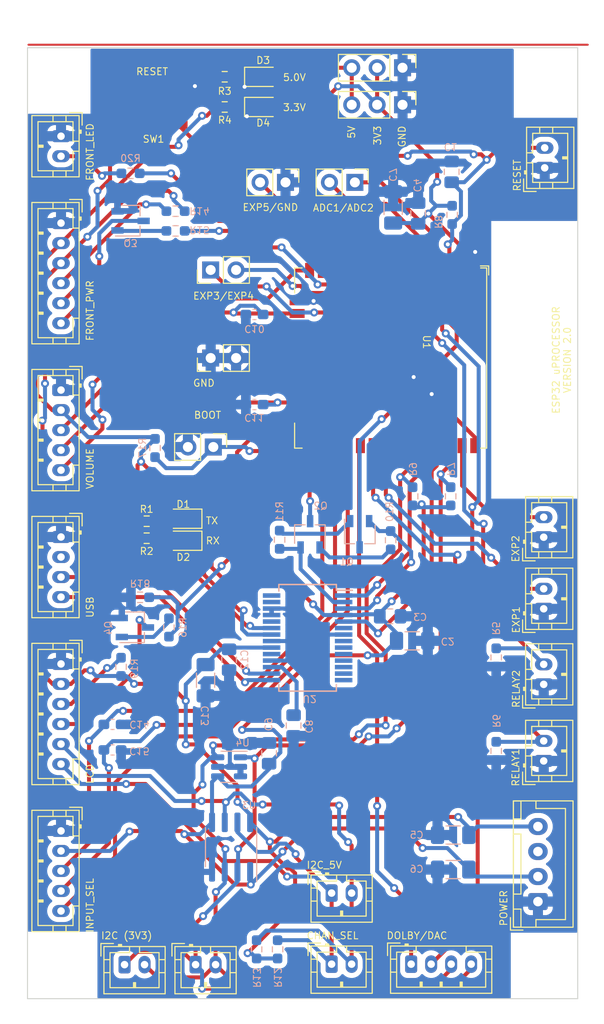
<source format=kicad_pcb>
(kicad_pcb (version 20240108) (generator "pcbnew") (generator_version "8.0")
  (layers (0 "F.Cu" signal) (31 "B.Cu" signal) (34 "B.Paste" user) (35 "F.Paste" user) (36 "B.SilkS" user "B.Silkscreen") (37 "F.SilkS" user "F.Silkscreen") (38 "B.Mask" user) (39 "F.Mask" user) (44 "Edge.Cuts" user))
  (net 0 "")
  (net 1 "GND")
  (net 2 "3V3")
  (net 3 "SCL")
  (net 4 "SDA")
  (net 5 "DECODER_RESET")
  (net 6 "DECODER_IRQ")
  (net 7 "5V")
  (net 8 "SDA_5V")
  (net 9 "SCL_5V")
  (net 10 "Net-(U2-3V3OUT)")
  (net 11 "POWER_LED")
  (net 12 "POWER_BUTTON")
  (net 13 "BACKLIGHT")
  (net 14 "TO_BACKLIGHT")
  (net 15 "TO_POWER_LED")
  (net 16 "Net-(D1-A)")
  (net 17 "VOLUME_BUTTON")
  (net 18 "INPUT_BUTTON")
  (net 19 "Net-(D2-A)")
  (net 20 "RELAY2")
  (net 21 "Net-(D3-A)")
  (net 22 "Net-(D4-A)")
  (net 23 "Net-(J1-Pin_2)")
  (net 24 "RELAY1")
  (net 25 "Net-(Q1-B)")
  (net 26 "Net-(Q2-B)")
  (net 27 "Net-(Q3-B)")
  (net 28 "Net-(Q4-B)")
  (net 30 "USBD+")
  (net 31 "USBD-")
  (net 32 "RX")
  (net 33 "TX")
  (net 37 "ENABLE")
  (net 38 "VOL_CH1")
  (net 39 "VOL_CH2")
  (net 40 "INPUT_CH1")
  (net 41 "INPUT_CH2")
  (net 42 "FRONT_LED")
  (net 43 "BOOT")
  (net 45 "CBUS1")
  (net 47 "CBUS0")
  (net 51 "DTR")
  (net 52 "RTS")
  (net 56 "VBUS")
  (net 61 "FROM_POWER_LED")
  (net 63 "FROM_BACKLIGHT")
  (net 64 "AGND")
  (net 65 "EXP1")
  (net 66 "EXP2")
  (net 67 "ADC1")
  (net 68 "ADC2")
  (net 69 "EXP3")
  (net 70 "EXP4")
  (net 71 "EXP5")
  (footprint "Connector_JST:JST_PH_B6B-PH-K_1x06_P2.00mm_Vertical" (layer "F.Cu") (at 110.35 61.52 -90)
    (property "Reference" "J2" (hide yes))
    (property "Value" "Conn_01x06_Male")
  )
  (footprint "Connector_JST:JST_PH_B2B-PH-K_1x02_P2.00mm_Vertical" (layer "F.Cu") (at 158.6 107.6 90)
    (property "Reference" "J22" (hide yes))
    (property "Value" "Conn_01x02_Male")
  )
  (footprint "Espressif:ESP32-WROOM-32UE" (layer "F.Cu") (at 143.3 75 -90)
    (property "Reference" "U1")
    (property "Value" "ESP32-WROOM-32")
  )
  (footprint "MountingHole:MountingHole_3.2mm_M3" (layer "F.Cu") (at 159.5 46.5)
    (property "Reference" "H4" (hide yes))
    (property "Value" "MountingHole")
  )
  (footprint "MountingHole:MountingHole_3.2mm_M3" (layer "F.Cu") (at 109.5 46.5)
    (property "Reference" "H2" (hide yes))
    (property "Value" "MountingHole")
  )
  (footprint "LED_SMD:LED_0805_2012Metric_Pad1.15x1.40mm_HandSolder" (layer "F.Cu") (at 122.575 91.05 180)
    (property "Reference" "D1")
    (property "Value" "YELLOW")
  )
  (footprint "Connector_JST:JST_PH_B2B-PH-K_1x02_P2.00mm_Vertical" (layer "F.Cu") (at 137.4 135.55)
    (property "Reference" "J14" (hide yes))
    (property "Value" "Conn_01x02_Male")
  )
  (footprint "Connector_JST:JST_PH_B2B-PH-K_1x02_P2.00mm_Vertical" (layer "F.Cu") (at 158.7 56 90)
    (property "Reference" "J23" (hide yes))
    (property "Value" "Conn_01x02_Male")
  )
  (footprint "Connector_JST:JST_PH_B2B-PH-K_1x02_P2.00mm_Vertical" (layer "F.Cu") (at 158.6 100.05 90)
    (property "Reference" "J21" (hide yes))
    (property "Value" "Conn_01x02_Male")
  )
  (footprint "Connector_PinHeader_2.54mm:PinHeader_1x02_P2.54mm_Vertical" (layer "F.Cu") (at 132.79 57.45 -90)
    (property "Reference" "J12" (hide yes))
    (property "Value" "Conn_01x02_Male")
  )
  (footprint "LED_SMD:LED_0805_2012Metric_Pad1.15x1.40mm_HandSolder" (layer "F.Cu") (at 130.56 46.91)
    (property "Reference" "D3")
    (property "Value" "ORANGE")
  )
  (footprint "Connector_PinHeader_2.54mm:PinHeader_1x02_P2.54mm_Vertical" (layer "F.Cu") (at 139.725 57.45 -90)
    (property "Reference" "J15" (hide yes))
    (property "Value" "Conn_01x02_Male")
  )
  (footprint "Connector_PinHeader_2.54mm:PinHeader_1x03_P2.54mm_Vertical" (layer "F.Cu") (at 144.49 49.7 -90)
    (property "Reference" "J17" (hide yes))
    (property "Value" "Conn_01x03_Male")
  )
  (footprint "Resistor_SMD:R_0603_1608Metric_Pad0.98x0.95mm_HandSolder" (layer "F.Cu") (at 118.9125 91.3)
    (property "Reference" "R1")
    (property "Value" "430R")
  )
  (footprint "Connector_JST:JST_PH_B2B-PH-K_1x02_P2.00mm_Vertical" (layer "F.Cu") (at 158.6 115.25 90)
    (property "Reference" "J24" (hide yes))
    (property "Value" "Conn_01x02_Male")
  )
  (footprint "Connector_JST:JST_PH_B4B-PH-K_1x04_P2.00mm_Vertical" (layer "F.Cu") (at 110.35 92.88 -90)
    (property "Reference" "J4" (hide yes))
    (property "Value" "Conn_01x04_Male")
  )
  (footprint "MountingHole:MountingHole_3.2mm_M3" (layer "F.Cu") (at 109.4 136.5)
    (property "Reference" "H1" (hide yes))
    (property "Value" "MountingHole")
  )
  (footprint "Connector_PinHeader_2.54mm:PinHeader_1x02_P2.54mm_Vertical" (layer "F.Cu") (at 125.31 66.2 90)
    (property "Reference" "J8" (hide yes))
    (property "Value" "Conn_01x02_Male")
  )
  (footprint "Resistor_SMD:R_0603_1608Metric_Pad0.98x0.95mm_HandSolder" (layer "F.Cu") (at 118.9125 93)
    (property "Reference" "R2")
    (property "Value" "100R")
  )
  (footprint "Connector_PinHeader_2.54mm:PinHeader_1x03_P2.54mm_Vertical" (layer "F.Cu") (at 144.49 46 -90)
    (property "Reference" "J16" (hide yes))
    (property "Value" "Conn_01x03_Male")
  )
  (footprint "Connector_JST:JST_PH_B2B-PH-K_1x02_P2.00mm_Vertical" (layer "F.Cu") (at 137.4 128.45)
    (property "Reference" "J13" (hide yes))
    (property "Value" "Conn_01x02_Male")
  )
  (footprint "Connector_JST:JST_PH_B2B-PH-K_1x02_P2.00mm_Vertical" (layer "F.Cu") (at 123.8 135.6)
    (property "Reference" "J10" (hide yes))
    (property "Value" "Conn_01x02_Male")
  )
  (footprint "Components:Button Aliexpress 4x4" (layer "F.Cu") (at 119.6 53.625)
    (property "Reference" "SW1")
    (property "Value" "SW_Push")
  )
  (footprint "Connector_JST:JST_PH_B2B-PH-K_1x02_P2.00mm_Vertical" (layer "F.Cu") (at 116.7 135.6)
    (property "Reference" "J7" (hide yes))
    (property "Value" "Conn_01x02_Male")
  )
  (footprint "Connector_JST:JST_PH_B5B-PH-K_1x05_P2.00mm_Vertical" (layer "F.Cu") (at 110.35 122.24 -90)
    (property "Reference" "J6" (hide yes))
    (property "Value" "Conn_01x05_Pin")
  )
  (footprint "Connector_JST:JST_PH_B6B-PH-K_1x06_P2.00mm_Vertical" (layer "F.Cu") (at 110.35 105.56 -90)
    (property "Reference" "J5" (hide yes))
    (property "Value" "Conn_01x06_Male")
  )
  (footprint "LED_SMD:LED_0805_2012Metric_Pad1.15x1.40mm_HandSolder" (layer "F.Cu") (at 122.575 93.25 180)
    (property "Reference" "D2")
    (property "Value" "BLUE")
  )
  (footprint "Connector_JST:JST_PH_B5B-PH-K_1x05_P2.00mm_Vertical" (layer "F.Cu") (at 110.35 78.2 -90)
    (property "Reference" "J3" (hide yes))
    (property "Value" "Conn_01x05_Pin")
  )
  (footprint "Connector_JST:JST_XH_B4B-XH-A_1x04_P2.50mm_Vertical" (layer "F.Cu") (at 158.025 129.3 90)
    (property "Reference" "J19" (hide yes))
    (property "Value" "Conn_01x04_Pin")
  )
  (footprint "Connector_PinHeader_2.54mm:PinHeader_1x02_P2.54mm_Vertical" (layer "F.Cu") (at 125.575 83.8875 -90)
    (property "Reference" "J11" (hide yes))
    (property "Value" "Conn_01x02_Male")
  )
  (footprint "Connector_JST:JST_PH_B2B-PH-K_1x02_P2.00mm_Vertical" (layer "F.Cu") (at 158.6 92.9 90)
    (property "Reference" "J20" (hide yes))
    (property "Value" "Conn_01x02_Male")
  )
  (footprint "Resistor_SMD:R_0603_1608Metric_Pad0.98x0.95mm_HandSolder" (layer "F.Cu") (at 126.7125 49.92)
    (property "Reference" "R4")
    (property "Value" "430R")
  )
  (footprint "LED_SMD:LED_0805_2012Metric_Pad1.15x1.40mm_HandSolder" (layer "F.Cu") (at 130.56 49.92)
    (property "Reference" "D4")
    (property "Value" "YELLOW")
  )
  (footprint "Connector_JST:JST_PH_B2B-PH-K_1x02_P2.00mm_Vertical" (layer "F.Cu") (at 110.35 52.84 -90)
    (property "Reference" "J1" (hide yes))
    (property "Value" "Conn_01x02_Male")
  )
  (footprint "Resistor_SMD:R_0603_1608Metric_Pad0.98x0.95mm_HandSolder" (layer "F.Cu") (at 126.7125 46.9)
    (property "Reference" "R3")
    (property "Value" "1000R")
  )
  (footprint "MountingHole:MountingHole_3.2mm_M3" (layer "F.Cu") (at 159.4 136.5)
    (property "Reference" "H3" (hide yes))
    (property "Value" "MountingHole")
  )
  (footprint "Connector_JST:JST_PH_B4B-PH-K_1x04_P2.00mm_Vertical" (layer "F.Cu") (at 145.35 135.55)
    (property "Reference" "J18" (hide yes))
    (property "Value" "Conn_01x04_Male")
  )
  (footprint "Connector_PinHeader_2.54mm:PinHeader_1x02_P2.54mm_Vertical" (layer "F.Cu") (at 125.31 75 90)
    (property "Reference" "J9" (hide yes))
    (property "Value" "Conn_01x02_Male")
  )
  (footprint "Capacitor_SMD:C_1206_3216Metric_Pad1.33x1.80mm_HandSolder" (layer "B.Cu") (at 149.55 126.1 180)
    (property "Reference" "C6")
    (property "Value" "10U")
  )
  (footprint "Package_TO_SOT_SMD:TSOT-23" (layer "B.Cu") (at 117.3 61.3)
    (property "Reference" "Q3")
    (property "Value" "2N3055")
  )
  (footprint "Capacitor_SMD:C_0603_1608Metric_Pad1.08x0.95mm_HandSolder" (layer "B.Cu") (at 129.6875 70.65)
    (property "Reference" "C10")
    (property "Value" "10N")
  )
  (footprint "Package_TO_SOT_SMD:TSOT-23" (layer "B.Cu") (at 135.25 92.61 90)
    (property "Reference" "Q2")
    (property "Value" "2N3055")
  )
  (footprint "Capacitor_SMD:C_0603_1608Metric_Pad1.08x0.95mm_HandSolder" (layer "B.Cu") (at 115.5 111.6 180)
    (property "Reference" "C14")
    (property "Value" "10N")
  )
  (footprint "Capacitor_SMD:C_0805_2012Metric_Pad1.18x1.45mm_HandSolder" (layer "B.Cu") (at 143.25 100.8)
    (property "Reference" "C3")
    (property "Value" "0.1U")
  )
  (footprint "Resistor_SMD:R_0603_1608Metric_Pad0.98x0.95mm_HandSolder" (layer "B.Cu") (at 149.3 88.8125 90)
    (property "Reference" "R7")
    (property "Value" "10K")
  )
  (footprint "Resistor_SMD:R_0603_1608Metric_Pad0.98x0.95mm_HandSolder" (layer "B.Cu") (at 132.2 93.15 90)
    (property "Reference" "R11")
    (property "Value" "10K")
  )
  (footprint "Capacitor_SMD:C_0805_2012Metric_Pad1.18x1.45mm_HandSolder" (layer "B.Cu") (at 149.4 56.4 -90)
    (property "Reference" "C1")
    (property "Value" "0.1U")
  )
  (footprint "Capacitor_SMD:C_1206_3216Metric_Pad1.33x1.80mm_HandSolder" (layer "B.Cu") (at 143.55 59.95 90)
    (property "Reference" "C7")
    (property "Value" "10U")
  )
  (footprint "Resistor_SMD:R_0603_1608Metric_Pad0.98x0.95mm_HandSolder" (layer "B.Cu") (at 121.8 62.3 180)
    (property "Reference" "R15")
    (property "Value" "1K")
  )
  (footprint "Resistor_SMD:R_0603_1608Metric_Pad0.98x0.95mm_HandSolder" (layer "B.Cu") (at 121.8 60.33)
    (property "Reference" "R14")
    (property "Value" "700R")
  )
  (footprint "Capacitor_SMD:C_1206_3216Metric_Pad1.33x1.80mm_HandSolder" (layer "B.Cu") (at 149.550002 122.65 180)
    (property "Reference" "C5")
    (property "Value" "10U")
  )
  (footprint "Resistor_SMD:R_0603_1608Metric_Pad0.98x0.95mm_HandSolder" (layer "B.Cu") (at 149.45 60.7 -90)
    (property "Reference" "R8")
    (property "Value" "4.7K")
  )
  (footprint "Resistor_SMD:R_0603_1608Metric_Pad0.98x0.95mm_HandSolder" (layer "B.Cu") (at 153.85 114.25 90)
    (property "Reference" "R6")
    (property "Value" "4K7")
  )
  (footprint "Capacitor_SMD:C_1206_3216Metric_Pad1.33x1.80mm_HandSolder" (layer "B.Cu") (at 145.45 103.25)
    (property "Reference" "C2")
    (property "Value" "10U")
  )
  (footprint "Resistor_SMD:R_0603_1608Metric_Pad0.98x0.95mm_HandSolder" (layer "B.Cu") (at 153.85 104.9125 90)
    (property "Reference" "R5")
    (property "Value" "4K7")
  )
  (footprint "Resistor_SMD:R_0603_1608Metric_Pad0.98x0.95mm_HandSolder" (layer "B.Cu") (at 118.252048 98.902988 180)
    (property "Reference" "R18")
    (property "Value" "4.7K")
  )
  (footprint "Capacitor_SMD:C_0805_2012Metric_Pad1.18x1.45mm_HandSolder" (layer "B.Cu") (at 146.05 60.55 90)
    (property "Reference" "C4")
    (property "Value" "10N")
  )
  (footprint "Resistor_SMD:R_0603_1608Metric_Pad0.98x0.95mm_HandSolder" (layer "B.Cu") (at 145.5 88.8125 90)
    (property "Reference" "R9")
    (property "Value" "10K")
  )
  (footprint "Resistor_SMD:R_0603_1608Metric_Pad0.98x0.95mm_HandSolder" (layer "B.Cu") (at 119.75 83.9875 -90)
    (property "Reference" "R17")
    (property "Value" "4.7K")
  )
  (footprint "Resistor_SMD:R_0603_1608Metric_Pad0.98x0.95mm_HandSolder" (layer "B.Cu") (at 143.3 93.2 -90)
    (property "Reference" "R10")
    (property "Value" "10K")
  )
  (footprint "Resistor_SMD:R_0603_1608Metric_Pad0.98x0.95mm_HandSolder" (layer "B.Cu") (at 129.900795 134.070928 90)
    (property "Reference" "R13")
    (property "Value" "10K")
  )
  (footprint "Package_TO_SOT_SMD:TSOT-23" (layer "B.Cu") (at 117.736565 101.916897)
    (property "Reference" "Q4")
    (property "Value" "2N3055")
  )
  (footprint "Resistor_SMD:R_0603_1608Metric_Pad0.98x0.95mm_HandSolder" (layer "B.Cu") (at 121.136565 101.916897 90)
    (property "Reference" "R16")
    (property "Value" "1K")
  )
  (footprint "Capacitor_SMD:C_0805_2012Metric_Pad1.18x1.45mm_HandSolder" (layer "B.Cu") (at 133.6 111.7125 -90)
    (property "Reference" "C8")
    (property "Value" "0.1U")
  )
  (footprint "Resistor_SMD:R_0603_1608Metric_Pad0.98x0.95mm_HandSolder" (layer "B.Cu") (at 117.3 56.55)
    (property "Reference" "R20")
    (property "Value" "300R")
  )
  (footprint "Capacitor_SMD:C_0805_2012Metric_Pad1.18x1.45mm_HandSolder" (layer "B.Cu") (at 131.15 114.4875 90)
    (property "Reference" "C9")
    (property "Value" "100n")
  )
  (footprint "Capacitor_SMD:C_1206_3216Metric_Pad1.33x1.80mm_HandSolder" (layer "B.Cu") (at 124.8 107.1875 -90)
    (property "Reference" "C13")
    (property "Value" "10U")
  )
  (footprint "Capacitor_SMD:C_0603_1608Metric_Pad1.08x0.95mm_HandSolder" (layer "B.Cu") (at 129.6875 79.65)
    (property "Reference" "C11")
    (property "Value" "10N")
  )
  (footprint "Capacitor_SMD:C_0603_1608Metric_Pad1.08x0.95mm_HandSolder" (layer "B.Cu") (at 115.5 114.15 180)
    (property "Reference" "C15")
    (property "Value" "10N")
  )
  (footprint "Package_TO_SOT_SMD:TSOT-23" (layer "B.Cu") (at 140.2 92.6 -90)
    (property "Reference" "Q1")
    (property "Value" "2N3055")
  )
  (footprint "Resistor_SMD:R_0603_1608Metric_Pad0.98x0.95mm_HandSolder" (layer "B.Cu") (at 116.35 105.85 -90)
    (property "Reference" "R19")
    (property "Value" "100R")
  )
  (footprint "Capacitor_SMD:C_0805_2012Metric_Pad1.18x1.45mm_HandSolder" (layer "B.Cu") (at 127.15 105.1375 -90)
    (property "Reference" "C12")
    (property "Value" "0.1U")
  )
  (footprint "Resistor_SMD:R_0603_1608Metric_Pad0.98x0.95mm_HandSolder" (layer "B.Cu") (at 132.000795 134.070928 90)
    (property "Reference" "R12")
    (property "Value" "10K")
  )
  (footprint "Package_SO:SOIC-8_3.9x4.9mm_P1.27mm" (layer "B.Cu") (at 127.350795 123.858428 90)
    (property "Reference" "U3")
    (property "Value" "TCA9517DR")
  )
  (footprint "Package_SO:SSOP-28_5.3x10.2mm_P0.65mm" (layer "B.Cu") (at 135 102.95 180)
    (property "Reference" "U2")
    (property "Value" "FT232RL")
  )
  (footprint "Package_TO_SOT_SMD:SOT-23-6" (layer "B.Cu") (at 127.15 115.8375 180)
    (property "Reference" "U4")
    (property "Value" "TMP100")
  )
  (gr_line (start 107.1 43.7) (end 163 43.7) (stroke (width 0.2)) (layer "F.Cu"))
  (gr_line (start 162 139) (end 107 139) (stroke (width 0.1)) (layer "Edge.Cuts"))
  (gr_line (start 162 44) (end 107 44) (stroke (width 0.1)) (layer "Edge.Cuts"))
  (gr_line (start 107 139) (end 107 44) (stroke (width 0.1)) (layer "Edge.Cuts"))
  (gr_line (start 162 139) (end 162 44) (stroke (width 0.1)) (layer "Edge.Cuts"))
  (gr_text "EXP3/EXP4\n" (at 123.5 68.8 0) (layer "F.SilkS") (effects (font (size 0.7 0.7) (thickness 0.1)) (justify left)))
  (gr_text "TX\n" (at 124.775 91.25 0) (layer "F.SilkS") (effects (font (size 0.7 0.7) (thickness 0.1)) (justify left)))
  (gr_text "ADC1/ADC2" (at 135.475 60 0) (layer "F.SilkS") (effects (font (size 0.7 0.7) (thickness 0.1)) (justify left)))
  (gr_text "RESET" (at 155.95 58.4 90) (layer "F.SilkS") (effects (font (size 0.7 0.7) (thickness 0.1)) (justify left)))
  (gr_text "INPUT_SEL" (at 113.25 126.9 90) (layer "F.SilkS") (effects (font (size 0.7 0.7) (thickness 0.1)) (justify right)))
  (gr_text "GND" (at 123.5 77.5 0) (layer "F.SilkS") (effects (font (size 0.7 0.7) (thickness 0.1)) (justify left)))
  (gr_text "GND\n" (at 144.44 53.999999 90) (layer "F.SilkS") (effects (font (size 0.7 0.7) (thickness 0.1)) (justify left)))
  (gr_text "3V3" (at 141.99 53.8 90) (layer "F.SilkS") (effects (font (size 0.7 0.7) (thickness 0.1)) (justify left)))
  (gr_text "CHAN_SEL" (at 134.85 132.7 0) (layer "F.SilkS") (effects (font (size 0.7 0.7) (thickness 0.1)) (justify left)))
  (gr_text "BOOT" (at 123.585 80.7 0) (layer "F.SilkS") (effects (font (size 0.7 0.7) (thickness 0.1)) (justify left)))
  (gr_text "USB" (at 113.25 101 90) (layer "F.SilkS") (effects (font (size 0.7 0.7) (thickness 0.1)) (justify left)))
  (gr_text "RELAY2\n" (at 155.85 110 90) (layer "F.SilkS") (effects (font (size 0.7 0.7) (thickness 0.1)) (justify left)))
  (gr_text "RESET" (at 117.804446 46.382729 0) (layer "F.SilkS") (effects (font (size 0.7 0.7) (thickness 0.1)) (justify left)))
  (gr_text "5.0V" (at 132.485 46.97 0) (layer "F.SilkS") (effects (font (size 0.7 0.7) (thickness 0.1)) (justify left)))
  (gr_text "DOLBY/DAC" (at 142.85 132.7 0) (layer "F.SilkS") (effects (font (size 0.7 0.7) (thickness 0.1)) (justify left)))
  (gr_text "LCD\n" (at 113.25 115.5 90) (layer "F.SilkS") (effects (font (size 0.7 0.7) (thickness 0.1)) (justify right)))
  (gr_text "POWER" (at 154.6 131.8 90) (layer "F.SilkS") (effects (font (size 0.7 0.7) (thickness 0.1)) (justify left)))
  (gr_text "EXP1\n" (at 155.85 102.55 90) (layer "F.SilkS") (effects (font (size 0.7 0.7) (thickness 0.1)) (justify left)))
  (gr_text "RX\n" (at 124.775 93.25 0) (layer "F.SilkS") (effects (font (size 0.7 0.7) (thickness 0.1)) (justify left)))
  (gr_text "VOLUME" (at 113.25 88.15 90) (layer "F.SilkS") (effects (font (size 0.7 0.7) (thickness 0.1)) (justify left)))
  (gr_text "EXP2\n" (at 155.8 95.45 90) (layer "F.SilkS") (effects (font (size 0.7 0.7) (thickness 0.1)) (justify left)))
  (gr_text "RELAY1\n" (at 155.8 117.85 90) (layer "F.SilkS") (effects (font (size 0.7 0.7) (thickness 0.1)) (justify left)))
  (gr_text "I2C (3V3)" (at 114.3 132.7 0) (layer "F.SilkS") (effects (font (size 0.7 0.7) (thickness 0.1)) (justify left)))
  (gr_text "FRONT_PWR\n" (at 113.25 73.35 90) (layer "F.SilkS") (effects (font (size 0.7 0.7) (thickness 0.1)) (justify left)))
  (gr_text "I2C_5V\n" (at 134.85 125.65 0) (layer "F.SilkS") (effects (font (size 0.7 0.7) (thickness 0.1)) (justify left)))
  (gr_text "EXP5/GND" (at 128.45 59.95 0) (layer "F.SilkS") (effects (font (size 0.7 0.7) (thickness 0.1)) (justify left)))
  (gr_text "FRONT_LED" (at 113.25 57.35 90) (layer "F.SilkS") (effects (font (size 0.7 0.7) (thickness 0.1)) (justify left)))
  (gr_text "ESP32 uPROCESSOR\nVERSION 2.0" (at 160.4 75.2 90) (layer "F.SilkS") (effects (font (size 0.7 0.7) (thickness 0.1))))
  (gr_text "3.3V" (at 132.485 49.97 0) (layer "F.SilkS") (effects (font (size 0.7 0.7) (thickness 0.1)) (justify left)))
  (gr_text "5V" (at 139.39 53.133333 90) (layer "F.SilkS") (effects (font (size 0.7 0.7) (thickness 0.1)) (justify left)))
  (segment (start 122 47.825) (end 123.725 47.825) (width 0.4) (layer "F.Cu") (net 1))
  (segment (start 147.4 78.6) (end 151.71 82.91) (width 0.4) (layer "F.Cu") (net 1))
  (segment (start 123.725 47.825) (end 123.734314 47.834314) (width 0.4) (layer "F.Cu") (net 1))
  (segment (start 122 47.825) (end 117 47.825) (width 0.4) (layer "F.Cu") (net 1))
  (segment (start 145.77 72.1) (end 145.77 74.9) (width 0.4) (layer "F.Cu") (net 1))
  (segment (start 133.95 69.28) (end 135.576785 69.28) (width 0.4) (layer "F.Cu") (net 1))
  (segment (start 142.97 72.1) (end 142.97 74.9) (width 0.4) (layer "F.Cu") (net 1))
  (segment (start 151.71 64.44) (end 151.75 64.4) (width 0.4) (layer "F.Cu") (net 1))
  (segment (start 142.97 73.5) (end 145.77 73.5) (width 0.4) (layer "F.Cu") (net 1))
  (segment (start 145.77 76.73) (end 145.6 76.9) (width 0.4) (layer "F.Cu") (net 1))
  (segment (start 142.97 74.9) (end 145.77 74.9) (width 0.4) (layer "F.Cu") (net 1))
  (segment (start 145.77 72.1) (end 144.37 72.1) (width 0.4) (layer "F.Cu") (net 1))
  (segment (start 145.77 74.9) (end 145.77 76.73) (width 0.4) (layer "F.Cu") (net 1))
  (segment (start 135.576785 69.28) (end 135.596785 69.3) (width 0.4) (layer "F.Cu") (net 1))
  (segment (start 151.71 66.25) (end 151.71 64.44) (width 0.4) (layer "F.Cu") (net 1))
  (segment (start 151.71 82.91) (end 151.71 83.75) (width 0.4) (layer "F.Cu") (net 1))
  (segment (start 129.535 47.065) (end 128.7 47.9) (width 0.4) (layer "F.Cu") (net 1))
  (segment (start 129.535 50.238312) (end 128.926606 50.846706) (width 0.4) (layer "F.Cu") (net 1))
  (segment (start 142.97 72.1) (end 144.37 72.1) (width 0.4) (layer "F.Cu") (net 1))
  (via (at 123.734314 47.834314) (size 0.8) (drill 0.4) (layers "F.Cu" "B.Cu") (net 1))
  (via (at 147.4 78.6) (size 0.8) (drill 0.4) (layers "F.Cu" "B.Cu") (net 1))
  (via (at 145.6 76.9) (size 0.8) (drill 0.4) (layers "F.Cu" "B.Cu") (net 1))
  (via (at 151.75 64.4) (size 0.8) (drill 0.4) (layers "F.Cu" "B.Cu") (net 1))
  (via (at 128.7 47.9) (size 0.8) (drill 0.4) (layers "F.Cu" "B.Cu") (net 1))
  (via (at 135.596785 69.3) (size 0.8) (drill 0.4) (layers "F.Cu" "B.Cu") (net 1))
  (via (at 128.926606 50.846706) (size 0.8) (drill 0.4) (layers "F.Cu" "B.Cu") (net 1))
  (segment (start 131.4 100.025) (end 131.4 100.675) (width 0.4) (layer "B.Cu") (net 1))
  (segment (start 145.7 76.9) (end 147.4 78.6) (width 0.4) (layer "B.Cu") (net 1))
  (segment (start 133.475 105.225) (end 133.55 105.3) (width 0.4) (layer "B.Cu") (net 1))
  (segment (start 127.625 115.8375) (end 127.225 115.4375) (width 0.4) (layer "B.Cu") (net 1))
  (segment (start 127.225 115.4375) (end 127.225 113.025) (width 0.4) (layer "B.Cu") (net 1))
  (segment (start 131.4 105.225) (end 133.475 105.225) (width 0.4) (layer "B.Cu") (net 1))
  (segment (start 145.6 76.9) (end 145.7 76.9) (width 0.4) (layer "B.Cu") (net 1))
  (segment (start 136.725 102.625) (end 136.65 102.7) (width 0.4) (layer "B.Cu") (net 1))
  (segment (start 128.2875 115.8375) (end 127.625 115.8375) (width 0.4) (layer "B.Cu") (net 1))
  (segment (start 133.225 100.025) (end 133.3 100.1) (width 0.4) (layer "B.Cu") (net 1))
  (segment (start 131.4 100.025) (end 133.225 100.025) (width 0.4) (layer "B.Cu") (net 1))
  (segment (start 133.225 103.275) (end 133.25 103.25) (width 0.4) (layer "B.Cu") (net 1))
  (segment (start 131.4 103.275) (end 133.225 103.275) (width 0.4) (layer "B.Cu") (net 1))
  (segment (start 138.6 102.625) (end 136.725 102.625) (width 0.4) (layer "B.Cu") (net 1))
  (segment (start 121.75 88.75) (end 118.35 85.35) (width 0.4) (layer "F.Cu") (net 2))
  (segment (start 150.44 66.25) (end 150.44 63.94) (width 0.4) (layer "F.Cu") (net 2))
  (segment (start 119.97 53.9) (end 121.95 53.9) (width 0.4) (layer "F.Cu") (net 2))
  (segment (start 146.499998 123.95) (end 144.549998 122) (width 0.4) (layer "F.Cu") (net 2))
  (segment (start 141 104.7) (end 135.8 104.7) (width 0.4) (layer "F.Cu") (net 2))
  (segment (start 117.25 122.25) (end 122.368628 122.25) (width 0.4) (layer "F.Cu") (net 2))
  (segment (start 141.95 49.7) (end 147.95 55.7) (width 0.4) (layer "F.Cu") (net 2))
  (segment (start 127.02 48.7) (end 137.2 48.7) (width 0.4) (layer "F.Cu") (net 2))
  (segment (start 118 85.7) (end 118 91.3) (width 0.4) (layer "F.Cu") (net 2))
  (segment (start 135.55 99.6) (end 133.4 97.45) (width 0.4) (layer "F.Cu") (net 2))
  (segment (start 117.2 122.3) (end 117.25 122.25) (width 0.4) (layer "F.Cu") (net 2))
  (segment (start 125.4 90.5) (end 123.65 88.75) (width 0.4) (layer "F.Cu") (net 2))
  (segment (start 125.8 49.92) (end 127.02 48.7) (width 0.4) (layer "F.Cu") (net 2))
  (segment (start 143.4 99.3) (end 146.6 96.1) (width 0.4) (layer "F.Cu") (net 2))
  (segment (start 110.35 63.52) (end 119.97 53.9) (width 0.4) (layer "F.Cu") (net 2))
  (segment (start 147.95 55.7) (end 147.95 57.4) (width 0.4) (layer "F.Cu") (net 2))
  (segment (start 118.35 85.35) (end 118 85.7) (width 0.4) (layer "F.Cu") (net 2))
  (segment (start 128.450001 112.049999) (end 128.450001 112.150001) (width 0.4) (layer "F.Cu") (net 2))
  (segment (start 110.35 63.52) (end 107.95 65.92) (width 0.4) (layer "F.Cu") (net 2))
  (segment (start 118 91.3) (end 118 93) (width 0.4) (layer "F.Cu") (net 2))
  (segment (start 124.92 50.8) (end 125.8 49.92) (width 0.4) (layer "F.Cu") (net 2))
  (segment (start 125.4 95.9) (end 125.4 90.5) (width 0.4) (layer "F.Cu") (net 2))
  (segment (start 122.684314 122.565686) (end 127.715912 127.597284) (width 0.4) (layer "F.Cu") (net 2))
  (segment (start 109.475 80.2) (end 110.35 80.2) (width 0.4) (layer "F.Cu") (net 2))
  (segment (start 146.6 89.8) (end 146.4 89.6) (width 0.4) (layer "F.Cu") (net 2))
  (segment (start 126.95 97.45) (end 125.4 95.9) (width 0.4) (layer "F.Cu") (net 2))
  (segment (start 141.95 46) (end 141.95 49.7) (width 0.4) (layer "F.Cu") (net 2))
  (segment (start 133.4 97.45) (end 126.95 97.45) (width 0.4) (layer "F.Cu") (net 2))
  (segment (start 134.8 122) (end 132.48995 124.31005) (width 0.4) (layer "F.Cu") (net 2))
  (segment (start 123.65 88.75) (end 121.75 88.75) (width 0.4) (layer "F.Cu") (net 2))
  (segment (start 144.549998 122) (end 134.8 122) (width 0.4) (layer "F.Cu") (net 2))
  (segment (start 107.95 65.92) (end 107.95 78.675) (width 0.4) (layer "F.Cu") (net 2))
  (segment (start 127.715912 127.597284) (end 129.314398 127.597284) (width 0.4) (layer "F.Cu") (net 2))
  (segment (start 150.44 63.94) (end 147.06875 60.56875) (width 0.4) (layer "F.Cu") (net 2))
  (segment (start 146.6 96.1) (end 146.6 89.8) (width 0.4) (layer "F.Cu") (net 2))
  (segment (start 137.2 48.7) (end 138.05 47.85) (width 0.4) (layer "F.Cu") (net 2))
  (segment (start 122.368628 122.25) (end 122.684314 122.565686) (width 0.4) (layer "F.Cu") (net 2))
  (segment (start 107.95 78.675) (end 109.475 80.2) (width 0.4) (layer "F.Cu") (net 2))
  (segment (start 124.45 50.8) (end 124.92 50.8) (width 0.4) (layer "F.Cu") (net 2))
  (segment (start 121.95 53.9) (end 122.1 53.75) (width 0.4) (layer "F.Cu") (net 2))
  (segment (start 135.8 104.7) (end 128.450001 112.049999) (width 0.4) (layer "F.Cu") (net 2))
  (via (at 146.499998 123.95) (size 0.8) (drill 0.4) (layers "F.Cu" "B.Cu") (net 2))
  (via (at 122.684314 122.565686) (size 0.8) (drill 0.4) (layers "F.Cu" "B.Cu") (net 2))
  (via (at 147.95 57.4) (size 0.8) (drill 0.4) (layers "F.Cu" "B.Cu") (net 2))
  (via (at 129.314398 127.597284) (size 0.8) (drill 0.4) (layers "F.Cu" "B.Cu") (net 2))
  (via (at 146.4 89.6) (size 0.8) (drill 0.4) (layers "F.Cu" "B.Cu") (net 2))
  (via (at 138.05 47.85) (size 0.8) (drill 0.4) (layers "F.Cu" "B.Cu") (net 2))
  (via (at 135.55 99.6) (size 0.8) (drill 0.4) (layers "F.Cu" "B.Cu") (net 2))
  (via (at 147.06875 60.56875) (size 0.8) (drill 0.4) (layers "F.Cu" "B.Cu") (net 2))
  (via (at 143.4 99.3) (size 0.8) (drill 0.4) (layers "F.Cu" "B.Cu") (net 2))
  (via (at 124.45 50.8) (size 0.8) (drill 0.4) (layers "F.Cu" "B.Cu") (net 2))
  (via (at 117.2 122.3) (size 0.8) (drill 0.4) (layers "F.Cu" "B.Cu") (net 2))
  (via (at 118.35 85.35) (size 0.8) (drill 0.4) (layers "F.Cu" "B.Cu") (net 2))
  (via (at 132.48995 124.31005) (size 0.8) (drill 0.4) (layers "F.Cu" "B.Cu") (net 2))
  (via (at 141 104.7) (size 0.8) (drill 0.4) (layers "F.Cu" "B.Cu") (net 2))
  (via (at 122.1 53.75) (size 0.8) (drill 0.4) (layers "F.Cu" "B.Cu") (net 2))
  (via (at 128.450001 112.150001) (size 0.8) (drill 0.4) (layers "F.Cu" "B.Cu") (net 2))
  (segment (start 131.15 115.525) (end 132.275 114.4) (width 0.4) (layer "B.Cu") (net 2))
  (segment (start 149.125 89.9) (end 145.675 89.9) (width 0.4) (layer "B.Cu") (net 2))
  (segment (start 125.445795 117.354205) (end 125.445795 121.383428) (width 0.4) (layer "B.Cu") (net 2))
  (segment (start 131.15 116.05) (end 129.4 117.8) (width 0.4) (layer "B.Cu") (net 2))
  (segment (start 113.05 82.9) (end 119.575 82.9) (width 0.4) (layer "B.Cu") (net 2))
  (segment (start 140.568629 100.6) (end 140.493629 100.675) (width 0.4) (layer "B.Cu") (net 2))
  (segment (start 118.35 84.475) (end 118.35 85.35) (width 0.4) (layer "B.Cu") (net 2))
  (segment (start 124.263537 122.565686) (end 122.684314 122.565686) (width 0.4) (layer "B.Cu") (net 2))
  (segment (start 141 104.7) (end 142.4375 104.7) (width 0.4) (layer "B.Cu") (net 2))
  (segment (start 148.9625 123.95) (end 146.499998 123.95) (width 0.4) (layer "B.Cu") (net 2))
  (segment (start 132.48995 124.421732) (end 132.48995 124.31005) (width 0.4) (layer "B.Cu") (net 2))
  (segment (start 131.15 115.525) (end 131.15 116.05) (width 0.4) (layer "B.Cu") (net 2))
  (segment (start 140.493629 100.675) (end 138.6 100.675) (width 0.4) (layer "B.Cu") (net 2))
  (segment (start 151.1125 126.1) (end 148.9625 123.95) (width 0.4) (layer "B.Cu") (net 2))
  (segment (start 110.35 124.24) (end 115.26 124.24) (width 0.4) (layer "B.Cu") (net 2))
  (segment (start 122.1 53.15) (end 124.45 50.8) (width 0.4) (layer "B.Cu") (net 2))
  (segment (start 158.025 126.8) (end 151.8125 126.8) (width 0.4) (layer "B.Cu") (net 2))
  (segment (start 115.26 124.24) (end 117.2 122.3) (width 0.4) (layer "B.Cu") (net 2))
  (segment (start 132.275 114.4) (end 132.275 112.84326) (width 0.4) (layer "B.Cu") (net 2))
  (segment (start 129.255795 127.538681) (end 129.314398 127.597284) (width 0.4) (layer "B.Cu") (net 2))
  (segment (start 138.6 100.675) (end 136.625 100.675) (width 0.4) (layer "B.Cu") (net 2))
  (segment (start 142.0125 100.6) (end 140.568629 100.6) (width 0.4) (layer "B.Cu") (net 2))
  (segment (start 129.255795 126.333428) (end 129.255795 127.538681) (width 0.4) (layer "B.Cu") (net 2))
  (segment (start 138.05 47.85) (end 140.1 47.85) (width 0.4) (layer "B.Cu") (net 2))
  (segment (start 142.2125 100.4875) (end 143.4 99.3) (width 0.4) (layer "B.Cu") (net 2))
  (segment (start 143.55 61.5125) (end 145.975 61.5125) (width 0.4) (layer "B.Cu") (net 2))
  (segment (start 142.4375 104.7) (end 143.8875 103.25) (width 0.4) (layer "B.Cu") (net 2))
  (segment (start 151.8125 126.8) (end 151.1125 126.1) (width 0.4) (layer "B.Cu") (net 2))
  (segment (start 126.0125 116.7875) (end 125.445795 117.354205) (width 0.4) (layer "B.Cu") (net 2))
  (segment (start 129.4 117.8) (end 127.025 117.8) (width 0.4) (layer "B.Cu") (net 2))
  (segment (start 110.35 80.2) (end 113.05 82.9) (width 0.4) (layer "B.Cu") (net 2))
  (segment (start 147.35 59.2875) (end 147.35 58) (width 0.4) (layer "B.Cu") (net 2))
  (segment (start 125.445795 121.383428) (end 124.263537 122.565686) (width 0.4) (layer "B.Cu") (net 2))
  (segment (start 127.025 117.8) (end 126.0125 116.7875) (width 0.4) (layer "B.Cu") (net 2))
  (segment (start 119.75 83.075) (end 118.35 84.475) (width 0.4) (layer "B.Cu") (net 2))
  (segment (start 143.8875 102.475) (end 142.2125 100.8) (width 0.4) (layer "B.Cu") (net 2))
  (segment (start 140.1 47.85) (end 141.95 49.7) (width 0.4) (layer "B.Cu") (net 2))
  (segment (start 143.8875 103.25) (end 143.8875 102.475) (width 0.4) (layer "B.Cu") (net 2))
  (segment (start 147.06875 60.56875) (end 146.05 61.5875) (width 0.4) (layer "B.Cu") (net 2))
  (segment (start 131.581741 112.150001) (end 128.450001 112.150001) (width 0.4) (layer "B.Cu") (net 2))
  (segment (start 129.314398 127.597284) (end 132.48995 124.421732) (width 0.4) (layer "B.Cu") (net 2))
  (segment (start 147.35 58) (end 147.95 57.4) (width 0.4) (layer "B.Cu") (net 2))
  (segment (start 136.625 100.675) (end 135.55 99.6) (width 0.4) (layer "B.Cu") (net 2))
  (segment (start 147.85 59.7875) (end 147.06875 60.56875) (width 0.4) (layer "B.Cu") (net 2))
  (segment (start 122.1 53.75) (end 122.1 53.15) (width 0.4) (layer "B.Cu") (net 2))
  (segment (start 132.275 112.84326) (end 131.581741 112.150001) (width 0.4) (layer "B.Cu") (net 2))
  (segment (start 149.45 59.7875) (end 147.85 59.7875) (width 0.4) (layer "B.Cu") (net 2))
  (segment (start 147.85 59.7875) (end 147.35 59.2875) (width 0.4) (layer "B.Cu") (net 2))
  (segment (start 128.05 124.05) (end 129.7 122.4) (width 0.4) (layer "F.Cu") (net 3))
  (segment (start 123.8 131.5) (end 123.8 135.6) (width 0.4) (layer "F.Cu") (net 3))
  (segment (start 149.17 85.730006) (end 148.3 86.600006) (width 0.4) (layer "F.Cu") (net 3))
  (segment (start 122.525 134.325) (end 117.975 134.325) (width 0.4) (layer "F.Cu") (net 3))
  (segment (start 129.7 122.4) (end 129.7 115) (width 0.4) (layer "F.Cu") (net 3))
  (segment (start 117.975 134.325) (end 116.7 135.6) (width 0.4) (layer "F.Cu") (net 3))
  (segment (start 151.35 136.025) (end 149.375 138) (width 0.4) (layer "F.Cu") (net 3))
  (segment (start 143.9 112) (end 148.3 107.6) (width 0.4) (layer "F.Cu") (net 3))
  (segment (start 148.3 107.6) (end 148.3 86.600006) (width 0.4) (layer "F.Cu") (net 3))
  (segment (start 131 113.7) (end 129.7 115) (width 0.4) (layer "F.Cu") (net 3))
  (segment (start 140.2 113.7) (end 131 113.7) (width 0.4) (layer "F.Cu") (net 3))
  (segment (start 149.17 83.75) (end 149.17 85.730006) (width 0.4) (layer "F.Cu") (net 3))
  (segment (start 123.8 135.6) (end 122.525 134.325) (width 0.4) (layer "F.Cu") (net 3))
  (segment (start 141.1 112.8) (end 140.2 113.7) (width 0.4) (layer "F.Cu") (net 3))
  (segment (start 124.55 130.75) (end 123.8 131.5) (width 0.4) (layer "F.Cu") (net 3))
  (segment (start 149.375 138) (end 124.45 138) (width 0.4) (layer "F.Cu") (net 3))
  (via (at 129.7 115) (size 0.8) (drill 0.4) (layers "F.Cu" "B.Cu") (net 3))
  (via (at 141.1 112.8) (size 0.8) (drill 0.4) (layers "F.Cu" "B.Cu") (net 3))
  (via (at 128.05 124.05) (size 0.8) (drill 0.4) (layers "F.Cu" "B.Cu") (net 3))
  (via (at 143.9 112) (size 0.8) (drill 0.4) (layers "F.Cu" "B.Cu") (net 3))
  (via (at 124.45 138) (size 0.8) (drill 0.4) (layers "F.Cu" "B.Cu") (net 3))
  (via (at 148.3 86.600006) (size 0.8) (drill 0.4) (layers "F.Cu" "B.Cu") (net 3))
  (via (at 124.55 130.75) (size 0.8) (drill 0.4) (layers "F.Cu" "B.Cu") (net 3))
  (segment (start 141.1 112.8) (end 143.1 112.8) (width 0.4) (layer "B.Cu") (net 3))
  (segment (start 124.45 136.25) (end 123.8 135.6) (width 0.4) (layer "B.Cu") (net 3))
  (segment (start 127.985795 127.314205) (end 124.55 130.75) (width 0.4) (layer "B.Cu") (net 3))
  (segment (start 124.45 138) (end 124.45 136.25) (width 0.4) (layer "B.Cu") (net 3))
  (segment (start 149.3 87.9) (end 148.3 86.9) (width 0.4) (layer "B.Cu") (net 3))
  (segment (start 148.3 86.9) (end 148.3 86.600006) (width 0.4) (layer "B.Cu") (net 3))
  (segment (start 128.05 124.05) (end 128.05 126.269223) (width 0.4) (layer "B.Cu") (net 3))
  (segment (start 127.985795 126.333428) (end 127.985795 127.314205) (width 0.4) (layer "B.Cu") (net 3))
  (segment (start 128.2875 114.8875) (end 129.5875 114.8875) (width 0.4) (layer "B.Cu") (net 3))
  (segment (start 143.1 112.8) (end 143.9 112) (width 0.4) (layer "B.Cu") (net 3))
  (segment (start 129.5875 114.8875) (end 129.7 115) (width 0.4) (layer "B.Cu") (net 3))
  (segment (start 144.25 86.9) (end 144.25 94.1) (width 0.4) (layer "F.Cu") (net 4))
  (segment (start 124.525 136.875) (end 119.975 136.875) (width 0.4) (layer "F.Cu") (net 4))
  (segment (start 119.975 136.875) (end 118.7 135.6) (width 0.4) (layer "F.Cu") (net 4))
  (segment (start 123.6 120.868628) (end 123.6 118.5) (width 0.4) (layer "F.Cu") (net 4))
  (segment (start 125.8 128.368628) (end 125.834314 128.334314) (width 0.4) (layer "F.Cu") (net 4))
  (segment (start 140.9 97.45) (end 140.9 102.5) (width 0.4) (layer "F.Cu") (net 4))
  (segment (start 130.151472 113.7) (end 125.55 113.7) (width 0.4) (layer "F.Cu") (net 4))
  (segment (start 149.35 136.05) (end 148.15 137.25) (width 0.4) (layer "F.Cu") (net 4))
  (segment (start 142.8 104.4) (end 142.8 111.7) (width 0.4) (layer "F.Cu") (net 4))
  (segment (start 124.3 117.8) (end 124.490686 117.609314) (width 0.4) (layer "F.Cu") (net 4))
  (segment (start 144.25 94.1) (end 140.9 97.45) (width 0.4) (layer "F.Cu") (net 4))
  (segment (start 125.8 135.6) (end 124.525 136.875) (width 0.4) (layer "F.Cu") (net 4))
  (segment (start 140.9 102.5) (end 142.8 104.4) (width 0.4) (layer "F.Cu") (net 4))
  (segment (start 140.124573 112.579666) (end 139.604239 113.1) (width 0.4) (layer "F.Cu") (net 4))
  (segment (start 123.6 118.5) (end 124.3 117.8) (width 0.4) (layer "F.Cu") (net 4))
  (segment (start 126.779941 124.048569) (end 123.6 120.868628) (width 0.4) (layer "F.Cu") (net 4))
  (segment (start 145.36 83.75) (end 145.36 85.79) (width 0.4) (layer "F.Cu") (net 4))
  (segment (start 130.751472 113.1) (end 130.151472 113.7) (width 0.4) (layer "F.Cu") (net 4))
  (segment (start 148.15 137.25) (end 127.45 137.25) (width 0.4) (layer "F.Cu") (net 4))
  (segment (start 145.36 85.79) (end 144.25 86.9) (width 0.4) (layer "F.Cu") (net 4))
  (segment (start 127.45 137.25) (end 125.8 135.6) (width 0.4) (layer "F.Cu") (net 4))
  (segment (start 139.604239 113.1) (end 130.751472 113.1) (width 0.4) (layer "F.Cu") (net 4))
  (segment (start 125.8 135.6) (end 125.8 128.368628) (width 0.4) (layer "F.Cu") (net 4))
  (via (at 144.25 86.9) (size 0.8) (drill 0.4) (layers "F.Cu" "B.Cu") (net 4))
  (via (at 140.124573 112.579666) (size 0.8) (drill 0.4) (layers "F.Cu" "B.Cu") (net 4))
  (via (at 142.8 111.7) (size 0.8) (drill 0.4) (layers "F.Cu" "B.Cu") (net 4))
  (via (at 124.490686 117.609314) (size 0.8) (drill 0.4) (layers "F.Cu" "B.Cu") (net 4))
  (via (at 126.779941 124.048569) (size 0.8) (drill 0.4) (layers "F.Cu" "B.Cu") (net 4))
  (via (at 125.55 113.7) (size 0.8) (drill 0.4) (layers "F.Cu" "B.Cu") (net 4))
  (via (at 125.834314 128.334314) (size 0.8) (drill 0.4) (layers "F.Cu" "B.Cu") (net 4))
  (segment (start 124.490686 115.746814) (end 124.490686 117.609314) (width 0.4) (layer "B.Cu") (net 4))
  (segment (start 126.0125 114.8875) (end 125.55 114.425) (width 0.4) (layer "B.Cu") (net 4))
  (segment (start 125.35 114.8875) (end 124.490686 115.746814) (width 0.4) (layer "B.Cu") (net 4))
  (segment (start 142.8 111.7) (end 141.004239 111.7) (width 0.4) (layer "B.Cu") (net 4))
  (segment (start 126.715795 126.333428) (end 126.715795 124.112715) (width 0.4) (layer "B.Cu") (net 4))
  (segment (start 144.5 86.9) (end 144.25 86.9) (width 0.4) (layer "B.Cu") (net 4))
  (segment (start 145.5 87.9) (end 144.5 86.9) (width 0.4) (layer "B.Cu") (net 4))
  (segment (start 126.715795 127.452833) (end 125.834314 128.334314) (width 0.4) (layer "B.Cu") (net 4))
  (segment (start 126.715795 126.333428) (end 126.715795 127.452833) (width 0.4) (layer "B.Cu") (net 4))
  (segment (start 125.55 114.425) (end 125.55 113.7) (width 0.4) (layer "B.Cu") (net 4))
  (segment (start 126.0125 114.8875) (end 125.35 114.8875) (width 0.4) (layer "B.Cu") (net 4))
  (segment (start 141.004239 111.7) (end 140.124573 112.579666) (width 0.4) (layer "B.Cu") (net 4))
  (segment (start 126.715795 124.112715) (end 126.779941 124.048569) (width 0.4) (layer "B.Cu") (net 4))
  (segment (start 141.95 104.518629) (end 141.95 119.75) (width 0.4) (layer "F.Cu") (net 5))
  (segment (start 143.65 127.95) (end 145.35 129.65) (width 0.4) (layer "F.Cu") (net 5))
  (segment (start 140.15 102.718629) (end 141.95 104.518629) (width 0.4) (layer "F.Cu") (net 5))
  (segment (start 140.15 83.88) (end 140.15 102.718629) (width 0.4) (layer "F.Cu") (net 5))
  (segment (start 145.35 129.65) (end 145.35 135.55) (width 0.4) (layer "F.Cu") (net 5))
  (via (at 141.95 119.75) (size 0.8) (drill 0.4) (layers "F.Cu" "B.Cu") (net 5))
  (via (at 143.65 127.95) (size 0.8) (drill 0.4) (layers "F.Cu" "B.Cu") (net 5))
  (segment (start 141.95 119.75) (end 141.95 126.25) (width 0.4) (layer "B.Cu") (net 5))
  (segment (start 141.95 126.25) (end 143.65 127.95) (width 0.4) (layer "B.Cu") (net 5))
  (segment (start 141.8 88.95) (end 141.55 88.7) (width 0.4) (layer "F.Cu") (net 6))
  (segment (start 141.55 88.7) (end 141.55 83.75) (width 0.4) (layer "F.Cu") (net 6))
  (segment (start 149.75 107.1) (end 149.75 94.881373) (width 0.4) (layer "F.Cu") (net 6))
  (segment (start 152 130.9) (end 152 109.35) (width 0.4) (layer "F.Cu") (net 6))
  (segment (start 152 109.35) (end 149.75 107.1) (width 0.4) (layer "F.Cu") (net 6))
  (segment (start 147.35 135.55) (end 152 130.9) (width 0.4) (layer "F.Cu") (net 6))
  (segment (start 149.75 94.881373) (end 149.984507 94.646866) (width 0.4) (layer "F.Cu") (net 6))
  (via (at 149.984507 94.646866) (size 0.8) (drill 0.4) (layers "F.Cu" "B.Cu") (net 6))
  (via (at 141.8 88.95) (size 0.8) (drill 0.4) (layers "F.Cu" "B.Cu") (net 6))
  (segment (start 141.8 88.95) (end 147.496866 94.646866) (width 0.4) (layer "B.Cu") (net 6))
  (segment (start 147.496866 94.646866) (end 149.984507 94.646866) (width 0.4) (layer "B.Cu") (net 6))
  (segment (start 133.75 126.468629) (end 133.281371 126) (width 0.4) (layer "F.Cu") (net 7))
  (segment (start 116.1 49.95) (end 115.25 50.8) (width 0.4) (layer "F.Cu") (net 7))
  (segment (start 121.1 58.3) (end 121.6 58.8) (width 0.4) (layer "F.Cu") (net 7))
  (segment (start 125.8 46.9) (end 125.8 47.8) (width 0.4) (layer "F.Cu") (net 7))
  (segment (start 125.8 46.9) (end 127.8 44.9) (width 0.4) (layer "F.Cu") (net 7))
  (segment (start 127.990686 117.740686) (end 127.990686 119.340686) (width 0.4) (layer "F.Cu") (net 7))
  (segment (start 127.8 44.9) (end 134.1 44.9) (width 0.4) (layer "F.Cu") (net 7))
  (segment (start 134.1 44.9) (end 135.2 46) (width 0.4) (layer "F.Cu") (net 7))
  (segment (start 112.985 62.885) (end 117.57 58.3) (width 0.4) (layer "F.Cu") (net 7))
  (segment (start 110.35 65.52) (end 108.75 67.12) (width 0.4) (layer "F.Cu") (net 7))
  (segment (start 123.65 49.95) (end 116.1 49.95) (width 0.4) (layer "F.Cu") (net 7))
  (segment (start 108.5 81.25) (end 108.5 106.55) (width 0.4) (layer "F.Cu") (net 7))
  (segment (start 110.35 65.52) (end 112.985 62.885) (width 0.4) (layer "F.Cu") (net 7))
  (segment (start 109.51 107.56) (end 110.35 107.56) (width 0.4) (layer "F.Cu") (net 7))
  (segment (start 123.85 113.6) (end 127.990686 117.740686) (width 0.4) (layer "F.Cu") (net 7))
  (segment (start 115.25 50.8) (end 115.25 57.131371) (width 0.4) (layer "F.Cu") (net 7))
  (segment (start 134.25 120.85) (end 131.787032 123.312968) (width 0.4) (layer "F.Cu") (net 7))
  (segment (start 112.7 106.2) (end 111.34 107.56) (width 0.4) (layer "F.Cu") (net 7))
  (segment (start 121.121804 107.55) (end 122.821804 109.25) (width 0.4) (layer "F.Cu") (net 7))
  (segment (start 122.821804 113.6) (end 123.85 113.6) (width 0.4) (layer "F.Cu") (net 7))
  (segment (start 108.75 67.12) (end 108.75 77.55) (width 0.4) (layer "F.Cu") (net 7))
  (segment (start 125.8 47.8) (end 123.65 49.95) (width 0.4) (layer "F.Cu") (net 7))
  (segment (start 114.081371 58.3) (end 114 58.3) (width 0.4) (layer "F.Cu") (net 7))
  (segment (start 117.57 58.3) (end 121.1 58.3) (width 0.4) (layer "F.Cu") (net 7))
  (segment (start 150.05 120.85) (end 134.25 120.85) (width 0.4) (layer "F.Cu") (net 7))
  (segment (start 108.5 106.55) (end 109.51 107.56) (width 0.4) (layer "F.Cu") (net 7))
  (segment (start 132.998528 126) (end 131.224363 124.225835) (width 0.4) (layer "F.Cu") (net 7))
  (segment (start 131.224363 124.225835) (end 131.224363 123.312968) (width 0.4) (layer "F.Cu") (net 7))
  (segment (start 139.41 46) (end 139.41 49.7) (width 0.4) (layer "F.Cu") (net 7))
  (segment (start 133.281371 126) (end 132.998528 126) (width 0.4) (layer "F.Cu") (net 7))
  (segment (start 135.2 46) (end 139.41 46) (width 0.4) (layer "F.Cu") (net 7))
  (segment (start 111.34 107.56) (end 110.35 107.56) (width 0.4) (layer "F.Cu") (net 7))
  (segment (start 131.787032 123.312968) (end 131.224363 123.312968) (width 0.4) (layer "F.Cu") (net 7))
  (segment (start 133.75 129.7) (end 133.75 126.468629) (width 0.4) (layer "F.Cu") (net 7))
  (segment (start 129 134.45) (end 133.75 129.7) (width 0.4) (layer "F.Cu") (net 7))
  (segment (start 117.65 107.55) (end 121.121804 107.55) (width 0.4) (layer "F.Cu") (net 7))
  (segment (start 115.25 57.131371) (end 114.081371 58.3) (width 0.4) (layer "F.Cu") (net 7))
  (segment (start 113.3 106.2) (end 112.7 106.2) (width 0.4) (layer "F.Cu") (net 7))
  (via (at 127.990686 119.340686) (size 0.8) (drill 0.4) (layers "F.Cu" "B.Cu") (net 7))
  (via (at 112.985 62.885) (size 0.8) (drill 0.4) (layers "F.Cu" "B.Cu") (net 7))
  (via (at 108.5 81.25) (size 0.8) (drill 0.4) (layers "F.Cu" "B.Cu") (net 7))
  (via (at 114 58.3) (size 0.8) (drill 0.4) (layers "F.Cu" "B.Cu") (net 7))
  (via (at 113.3 106.2) (size 0.8) (drill 0.4) (layers "F.Cu" "B.Cu") (net 7))
  (via (at 129 134.45) (size 0.8) (drill 0.4) (layers "F.Cu" "B.Cu") (net 7))
  (via (at 108.75 77.55) (size 0.8) (drill 0.4) (layers "F.Cu" "B.Cu") (net 7))
  (via (at 150.05 120.85) (size 0.8) (drill 0.4) (layers "F.Cu" "B.Cu") (net 7))
  (via (at 121.6 58.8) (size 0.8) (drill 0.4) (layers "F.Cu" "B.Cu") (net 7))
  (via (at 122.821804 113.6) (size 0.8) (drill 0.4) (layers "F.Cu" "B.Cu") (net 7))
  (via (at 131.224363 123.312968) (size 0.8) (drill 0.4) (layers "F.Cu" "B.Cu") (net 7))
  (via (at 122.821804 109.25) (size 0.8) (drill 0.4) (layers "F.Cu" "B.Cu") (net 7))
  (via (at 117.65 107.55) (size 0.8) (drill 0.4) (layers "F.Cu" "B.Cu") (net 7))
  (segment (start 151.112502 122.65) (end 151.112502 121.912502) (width 0.4) (layer "B.Cu") (net 7))
  (segment (start 129 134.45) (end 129.367367 134.45) (width 0.4) (layer "B.Cu") (net 7))
  (segment (start 116.35 106.7625) (end 113.8625 106.7625) (width 0.4) (layer "B.Cu") (net 7))
  (segment (start 126.325 104.1) (end 124.8 105.625) (width 0.4) (layer "B.Cu") (net 7))
  (segment (start 113.8625 106.7625) (end 113.3 106.2) (width 0.4) (layer "B.Cu") (net 7))
  (segment (start 122.821804 109.25) (end 122.821804 113.6) (width 0.4) (layer "B.Cu") (net 7))
  (segment (start 108.75 77.55) (end 108.75 81) (width 0.4) (layer "B.Cu") (net 7))
  (segment (start 114 61.87) (end 112.985 62.885) (width 0.4) (layer "B.Cu") (net 7))
  (segment (start 129.367367 134.45) (end 129.900795 134.983428) (width 0.4) (layer "B.Cu") (net 7))
  (segment (start 122.821804 107.603196) (end 122.821804 109.25) (width 0.4) (layer "B.Cu") (net 7))
  (segment (start 114 58.3) (end 114 61.87) (width 0.4) (layer "B.Cu") (net 7))
  (segment (start 124.8 105.625) (end 122.821804 107.603196) (width 0.4) (layer "B.Cu") (net 7))
  (segment (start 131.185335 123.312968) (end 131.224363 123.312968) (width 0.4) (layer "B.Cu") (net 7))
  (segment (start 121.6 58.8) (end 121.6 59.2175) (width 0.4) (layer "B.Cu") (net 7))
  (segment (start 151.962502 121.8) (end 151.112502 122.65) (width 0.4) (layer "B.Cu") (net 7))
  (segment (start 116.8625 106.7625) (end 117.65 107.55) (width 0.4) (layer "B.Cu") (net 7))
  (segment (start 116.35 106.7625) (end 116.8625 106.7625) (width 0.4) (layer "B.Cu") (net 7))
  (segment (start 121.6 59.2175) (end 122.7125 60.33) (width 0.4) (layer "B.Cu") (net 7))
  (segment (start 158.025 121.8) (end 151.962502 121.8) (width 0.4) (layer "B.Cu") (net 7))
  (segment (start 127.15 104.1) (end 126.325 104.1) (width 0.4) (layer "B.Cu") (net 7))
  (segment (start 108.75 81) (end 108.5 81.25) (width 0.4) (layer "B.Cu") (net 7))
  (segment (start 151.112502 121.912502) (end 150.05 120.85) (width 0.4) (layer "B.Cu") (net 7))
  (segment (start 129.255795 120.605795) (end 127.990686 119.340686) (width 0.4) (layer "B.Cu") (net 7))
  (segment (start 127.325 103.925) (end 131.4 103.925) (width 0.4) (layer "B.Cu") (net 7))
  (segment (start 129.900795 134.983428) (end 132.000795 134.983428) (width 0.4) (layer "B.Cu") (net 7))
  (segment (start 129.255795 121.383428) (end 131.185335 123.312968) (width 0.4) (layer "B.Cu") (net 7))
  (segment (start 124.4 119.25) (end 126.700004 119.25) (width 0.4) (layer "F.Cu") (net 8))
  (segment (start 139.4 128.45) (end 139.4 135.55) (width 0.4) (layer "F.Cu") (net 8))
  (segment (start 138.05 119.6) (end 138.15 119.7) (width 0.4) (layer "F.Cu") (net 8))
  (segment (start 126.700004 119.25) (end 126.825002 119.374998) (width 0.4) (layer "F.Cu") (net 8))
  (segment (start 139.4 123.7) (end 139.4 128.45) (width 0.4) (layer "F.Cu") (net 8))
  (segment (start 130.5 119.6) (end 138.05 119.6) (width 0.4) (layer "F.Cu") (net 8))
  (segment (start 139.05 123.35) (end 139.4 123.7) (width 0.4) (layer "F.Cu") (net 8))
  (via (at 139.05 123.35) (size 0.8) (drill 0.4) (layers "F.Cu" "B.Cu") (net 8))
  (via (at 124.4 119.25) (size 0.8) (drill 0.4) (layers "F.Cu" "B.Cu") (net 8))
  (via (at 138.15 119.7) (size 0.8) (drill 0.4) (layers "F.Cu" "B.Cu") (net 8))
  (via (at 126.825002 119.374998) (size 0.8) (drill 0.4) (layers "F.Cu" "B.Cu") (net 8))
  (via (at 130.5 119.6) (size 0.8) (drill 0.4) (layers "F.Cu" "B.Cu") (net 8))
  (segment (start 138.15 122.45) (end 139.05 123.35) (width 0.4) (layer "B.Cu") (net 8))
  (segment (start 110.35 113.56) (end 113.54 116.75) (width 0.4) (layer "B.Cu") (net 8))
  (segment (start 119.25 116.75) (end 121.75 119.25) (width 0.4) (layer "B.Cu") (net 8))
  (segment (start 129.900795 133.158428) (end 130.859223 132.2) (width 0.4) (layer "B.Cu") (net 8))
  (segment (start 113.54 116.75) (end 113.7 116.75) (width 0.4) (layer "B.Cu") (net 8))
  (segment (start 126.715795 119.484205) (end 127.7 118.5) (width 0.4) (layer "B.Cu") (net 8))
  (segment (start 128.301472 118.5) (end 129.401472 119.6) (width 0.4) (layer "B.Cu") (net 8))
  (segment (start 136.05 132.2) (end 139.4 135.55) (width 0.4) (layer "B.Cu") (net 8))
  (segment (start 113.7 116.75) (end 119.25 116.75) (width 0.4) (layer "B.Cu") (net 8))
  (segment (start 126.715795 121.383428) (end 126.715795 119.484205) (width 0.4) (layer "B.Cu") (net 8))
  (segment (start 138.15 119.7) (end 138.15 122.45) (width 0.4) (layer "B.Cu") (net 8))
  (segment (start 126.715795 119.484205) (end 126.825002 119.374998) (width 0.4) (layer "B.Cu") (net 8))
  (segment (start 130.859223 132.2) (end 136.05 132.2) (width 0.4) (layer "B.Cu") (net 8))
  (segment (start 121.75 119.25) (end 124.4 119.25) (width 0.4) (layer "B.Cu") (net 8))
  (segment (start 127.7 118.5) (end 128.301472 118.5) (width 0.4) (layer "B.Cu") (net 8))
  (segment (start 129.401472 119.6) (end 130.5 119.6) (width 0.4) (layer "B.Cu") (net 8))
  (segment (start 118.8 117.55) (end 116.857942 117.55) (width 0.4) (layer "F.Cu") (net 9))
  (segment (start 137.4 128.45) (end 133.8 124.85) (width 0.4) (layer "F.Cu") (net 9))
  (segment (start 132.95 126.8) (end 131.4 125.25) (width 0.4) (layer "F.Cu") (net 9))
  (segment (start 131.4 125.25) (end 126.5 125.25) (width 0.4) (layer "F.Cu") (net 9))
  (segment (start 137.4 128.45) (end 137.4 135.55) (width 0.4) (layer "F.Cu") (net 9))
  (segment (start 133.8 124.85) (end 133.8 124.55) (width 0.4) (layer "F.Cu") (net 9))
  (segment (start 126.5 125.25) (end 118.8 117.55) (width 0.4) (layer "F.Cu") (net 9))
  (via (at 116.857942 117.55) (size 0.8) (drill 0.4) (layers "F.Cu" "B.Cu") (net 9))
  (via (at 133.8 124.55) (size 0.8) (drill 0.4) (layers "F.Cu" "B.Cu") (net 9))
  (via (at 132.95 126.8) (size 0.8) (drill 0.4) (layers "F.Cu" "B.Cu") (net 9))
  (segment (start 110.35 115.56) (end 112.34 117.55) (width 0.4) (layer "B.Cu") (net 9))
  (segment (start 129.962417 124.33505) (end 127.985795 122.358428) (width 0.4) (layer "B.Cu") (net 9))
  (segment (start 127.985795 122.358428) (end 127.985795 121.383428) (width 0.4) (layer "B.Cu") (net 9))
  (segment (start 133.8 124.55) (end 133.8 124.488729) (width 0.4) (layer "B.Cu") (net 9))
  (segment (start 132.95 126.8) (end 135.75 126.8) (width 0.4) (layer "B.Cu") (net 9))
  (segment (start 131.333579 124.33505) (end 129.962417 124.33505) (width 0.4) (layer "B.Cu") (net 9))
  (segment (start 135.75 126.8) (end 137.4 128.45) (width 0.4) (layer "B.Cu") (net 9))
  (segment (start 132.821321 123.51005) (end 132.158579 123.51005) (width 0.4) (layer "B.Cu") (net 9))
  (segment (start 132.158579 123.51005) (end 131.333579 124.33505) (width 0.4) (layer "B.Cu") (net 9))
  (segment (start 135.008428 133.158428) (end 137.4 135.55) (width 0.4) (layer "B.Cu") (net 9))
  (segment (start 112.34 117.55) (end 116.857942 117.55) (width 0.4) (layer "B.Cu") (net 9))
  (segment (start 133.8 124.488729) (end 132.821321 123.51005) (width 0.4) (layer "B.Cu") (net 9))
  (segment (start 132.000795 133.158428) (end 135.008428 133.158428) (width 0.4) (layer "B.Cu") (net 9))
  (segment (start 131.4 105.875) (end 132.415686 105.875) (width 0.4) (layer "B.Cu") (net 10))
  (segment (start 132.415686 105.875) (end 133.9 107.359314) (width 0.4) (layer "B.Cu") (net 10))
  (segment (start 133.9 107.359314) (end 133.9 110.375) (width 0.4) (layer "B.Cu") (net 10))
  (segment (start 136.47 65.5) (end 136.47 66.25) (width 0.4) (layer "F.Cu") (net 11))
  (segment (start 133.27 62.3) (end 136.47 65.5) (width 0.4) (layer "F.Cu") (net 11))
  (segment (start 126.15 62.3) (end 133.27 62.3) (width 0.4) (layer "F.Cu") (net 11))
  (via (at 126.15 62.3) (size 0.8) (drill 0.4) (layers "F.Cu" "B.Cu") (net 11))
  (segment (start 122.7125 62.3) (end 126.15 62.3) (width 0.4) (layer "B.Cu") (net 11))
  (segment (start 140.28 66.745686) (end 139.375686 67.65) (width 0.4) (layer "F.Cu") (net 12))
  (segment (start 117.92 63.95) (end 132.4 63.95) (width 0.4) (layer "F.Cu") (net 12))
  (segment (start 110.35 71.52) (end 117.92 63.95) (width 0.4) (layer "F.Cu") (net 12))
  (segment (start 139.375686 67.65) (end 136 67.65) (width 0.4) (layer "F.Cu") (net 12))
  (via (at 132.4 63.95) (size 0.8) (drill 0.4) (layers "F.Cu" "B.Cu") (net 12))
  (via (at 136 67.65) (size 0.8) (drill 0.4) (layers "F.Cu" "B.Cu") (net 12))
  (segment (start 136 67.65) (end 136 67.55) (width 0.4) (layer "B.Cu") (net 12))
  (segment (start 136 67.55) (end 132.4 63.95) (width 0.4) (layer "B.Cu") (net 12))
  (segment (start 127.95 94.227387) (end 126.404379 95.773008) (width 0.4) (layer "F.Cu") (net 13))
  (segment (start 127.95 84.4) (end 127.95 94.227387) (width 0.4) (layer "F.Cu") (net 13))
  (segment (start 133.95 80.71) (end 131.64 80.71) (width 0.4) (layer "F.Cu") (net 13))
  (segment (start 131.64 80.71) (end 127.95 84.4) (width 0.4) (layer "F.Cu") (net 13))
  (via (at 126.404379 95.773008) (size 0.8) (drill 0.4) (layers "F.Cu" "B.Cu") (net 13))
  (segment (start 119.164548 98.902988) (end 121.402988 98.902988) (width 0.4) (layer "B.Cu") (net 13))
  (segment (start 122.011565 100.95) (end 122.011565 100.238435) (width 0.4) (layer "B.Cu") (net 13))
  (segment (start 122.011565 101.954397) (end 121.136565 102.829397) (width 0.4) (layer "B.Cu") (net 13))
  (segment (start 122.011565 99.511565) (end 122.011565 100.95) (width 0.4) (layer "B.Cu") (net 13))
  (segment (start 121.402988 98.902988) (end 122.011565 99.511565) (width 0.4) (layer "B.Cu") (net 13))
  (segment (start 126.404379 95.845621) (end 126.404379 95.773008) (width 0.4) (layer "B.Cu") (net 13))
  (segment (start 122.011565 100.238435) (end 126.404379 95.845621) (width 0.4) (layer "B.Cu") (net 13))
  (segment (start 122.011565 100.95) (end 122.011565 101.954397) (width 0.4) (layer "B.Cu") (net 13))
  (segment (start 110.35 109.56) (end 111.358567 109.56) (width 0.4) (layer "F.Cu") (net 14))
  (segment (start 111.358567 109.56) (end 114.956067 105.9625) (width 0.4) (layer "F.Cu") (net 14))
  (via (at 114.956067 105.9625) (size 0.8) (drill 0.4) (layers "F.Cu" "B.Cu") (net 14))
  (segment (start 116.35 104.9375) (end 115.325 105.9625) (width 0.4) (layer "B.Cu") (net 14))
  (segment (start 115.325 105.9625) (end 114.956067 105.9625) (width 0.4) (layer "B.Cu") (net 14))
  (segment (start 118.22 59.65) (end 118.85 59.65) (width 0.4) (layer "F.Cu") (net 15))
  (segment (start 110.35 67.52) (end 118.22 59.65) (width 0.4) (layer "F.Cu") (net 15))
  (via (at 118.85 59.65) (size 0.8) (drill 0.4) (layers "F.Cu" "B.Cu") (net 15))
  (segment (start 120.2075 59.65) (end 120.8875 60.33) (width 0.4) (layer "B.Cu") (net 15))
  (segment (start 118.85 59.65) (end 120.2075 59.65) (width 0.4) (layer "B.Cu") (net 15))
  (segment (start 119.825 91.3) (end 121.3 91.3) (width 0.4) (layer "F.Cu") (net 16))
  (segment (start 135.2 66.25) (end 133.85 66.25) (width 0.4) (layer "F.Cu") (net 17))
  (segment (start 110.35 86.2) (end 114.490686 82.059314) (width 0.4) (layer "F.Cu") (net 17))
  (segment (start 114.490686 82.059314) (end 114.490686 81.159314) (width 0.4) (layer "F.Cu") (net 17))
  (segment (start 133.85 66.25) (end 131.05 69.05) (width 0.4) (layer "F.Cu") (net 17))
  (segment (start 131.05 69.05) (end 122.1 69.05) (width 0.4) (layer "F.Cu") (net 17))
  (segment (start 122.1 69.05) (end 113.5 77.65) (width 0.4) (layer "F.Cu") (net 17))
  (via (at 114.490686 81.159314) (size 0.8) (drill 0.4) (layers "F.Cu" "B.Cu") (net 17))
  (via (at 113.5 77.65) (size 0.8) (drill 0.4) (layers "F.Cu" "B.Cu") (net 17))
  (segment (start 113.5 80.168628) (end 114.490686 81.159314) (width 0.4) (layer "B.Cu") (net 17))
  (segment (start 113.5 77.65) (end 113.5 80.168628) (width 0.4) (layer "B.Cu") (net 17))
  (segment (start 115.75 117.45) (end 115.75 124.84) (width 0.4) (layer "F.Cu") (net 18))
  (segment (start 115.75 124.84) (end 110.35 130.24) (width 0.4) (layer "F.Cu") (net 18))
  (segment (start 126.5 112.8) (end 120.4 112.8) (width 0.4) (layer "F.Cu") (net 18))
  (segment (start 139.01 83.75) (end 139.01 100.29) (width 0.4) (layer "F.Cu") (net 18))
  (segment (start 120.4 112.8) (end 115.75 117.45) (width 0.4) (layer "F.Cu") (net 18))
  (segment (start 139.01 100.29) (end 126.5 112.8) (width 0.4) (layer "F.Cu") (net 18))
  (segment (start 119.825 93) (end 121.3 93) (width 0.4) (layer "F.Cu") (net 19))
  (segment (start 152.55 91.6) (end 152.55 99.55) (width 0.4) (layer "F.Cu") (net 20))
  (segment (start 144.09 67.44) (end 147.7 71.05) (width 0.4) (layer "F.Cu") (net 20))
  (segment (start 147.7 71.05) (end 147.7 72.75) (width 0.4) (layer "F.Cu") (net 20))
  (segment (start 152.55 99.55) (end 158.6 105.6) (width 0.4) (layer "F.Cu") (net 20))
  (segment (start 144.09 66.25) (end 144.09 67.44) (width 0.4) (layer "F.Cu") (net 20))
  (segment (start 152.6 91.55) (end 152.55 91.6) (width 0.4) (layer "F.Cu") (net 20))
  (segment (start 147.7 72.75) (end 148.45 73.5) (width 0.4) (layer "F.Cu") (net 20))
  (via (at 148.45 73.5) (size 0.8) (drill 0.4) (layers "F.Cu" "B.Cu") (net 20))
  (via (at 152.6 91.55) (size 0.8) (drill 0.4) (layers "F.Cu" "B.Cu") (net 20))
  (segment (start 151.987257 91.55) (end 152.6 91.55) (width 0.4) (layer "B.Cu") (net 20))
  (segment (start 157 104) (end 158.6 105.6) (width 0.4) (layer "B.Cu") (net 20))
  (segment (start 148.45 73.5) (end 150.656462 75.706462) (width 0.4) (layer "B.Cu") (net 20))
  (segment (start 153.85 104) (end 157 104) (width 0.4) (layer "B.Cu") (net 20))
  (segment (start 150.656462 90.219205) (end 151.987257 91.55) (width 0.4) (layer "B.Cu") (net 20))
  (segment (start 150.656462 75.706462) (end 150.656462 90.219205) (width 0.4) (layer "B.Cu") (net 20))
  (segment (start 127.625 46.9) (end 128.715 45.81) (width 0.4) (layer "F.Cu") (net 21))
  (segment (start 128.715 45.81) (end 130.485 45.81) (width 0.4) (layer "F.Cu") (net 21))
  (segment (start 130.485 45.81) (end 131.585 46.91) (width 0.4) (layer "F.Cu") (net 21))
  (segment (start 128.857543 51.909015) (end 129.595985 51.909015) (width 0.4) (layer "F.Cu") (net 22))
  (segment (start 127.625 49.92) (end 127.625 50.676472) (width 0.4) (layer "F.Cu") (net 22))
  (segment (start 127.625 50.676472) (end 128.857543 51.909015) (width 0.4) (layer "F.Cu") (net 22))
  (segment (start 129.595985 51.909015) (end 131.585 49.92) (width 0.4) (layer "F.Cu") (net 22))
  (segment (start 112.49 54.84) (end 114.45 56.8) (width 0.4) (layer "F.Cu") (net 23))
  (segment (start 110.35 54.84) (end 112.49 54.84) (width 0.4) (layer "F.Cu") (net 23))
  (via (at 114.45 56.8) (size 0.8) (drill 0.4) (layers "F.Cu" "B.Cu") (net 23))
  (segment (start 116.3875 56.55) (end 114.7 56.55) (width 0.4) (layer "B.Cu") (net 23))
  (segment (start 114.7 56.55) (end 114.45 56.8) (width 0.4) (layer "B.Cu") (net 23))
  (segment (start 145.36 67.06) (end 148.45 70.15) (width 0.4) (layer "F.Cu") (net 24))
  (segment (start 148.45 72.182943) (end 148.808338 72.541281) (width 0.4) (layer "F.Cu") (net 24))
  (segment (start 148.45 70.15) (end 148.45 72.182943) (width 0.4) (layer "F.Cu") (net 24))
  (segment (start 158.6 113.25) (end 151.456462 106.106462) (width 0.4) (layer "F.Cu") (net 24))
  (segment (start 151.456462 106.106462) (end 151.456462 89.887834) (width 0.4) (layer "F.Cu") (net 24))
  (segment (start 145.36 66.25) (end 145.36 67.06) (width 0.4) (layer "F.Cu") (net 24))
  (via (at 148.808338 72.541281) (size 0.8) (drill 0.4) (layers "F.Cu" "B.Cu") (net 24))
  (via (at 151.456462 89.887834) (size 0.8) (drill 0.4) (layers "F.Cu" "B.Cu") (net 24))
  (segment (start 153.85 113.3375) (end 158.5125 113.3375) (width 0.4) (layer "B.Cu") (net 24))
  (segment (start 152.1 75.832943) (end 152.1 89.244296) (width 0.4) (layer "B.Cu") (net 24))
  (segment (start 152.1 89.244296) (end 151.456462 89.887834) (width 0.4) (layer "B.Cu") (net 24))
  (segment (start 148.808338 72.541281) (end 152.1 75.832943) (width 0.4) (layer "B.Cu") (net 24))
  (segment (start 137.99 92.55) (end 132.5125 92.55) (width 0.4) (layer "B.Cu") (net 25))
  (segment (start 139.25 91.29) (end 137.99 92.55) (width 0.4) (layer "B.Cu") (net 25))
  (segment (start 132.5125 92.55) (end 132.2 92.2375) (width 0.4) (layer "B.Cu") (net 25))
  (segment (start 143.3 94.1125) (end 142.4925 94.92) (width 0.4) (layer "B.Cu") (net 26))
  (segment (start 137.2 94.92) (end 136.2 93.92) (width 0.4) (layer "B.Cu") (net 26))
  (segment (start 142.4925 94.92) (end 137.2 94.92) (width 0.4) (layer "B.Cu") (net 26))
  (segment (start 120.8875 62.3) (end 116.04 62.3) (width 0.4) (layer "B.Cu") (net 27))
  (segment (start 119.597251 102.866897) (end 116.426565 102.866897) (width 0.4) (layer "B.Cu") (net 28))
  (segment (start 121.136565 101.004397) (end 121.136565 101.327583) (width 0.4) (layer "B.Cu") (net 28))
  (segment (start 121.136565 101.327583) (end 119.597251 102.866897) (width 0.4) (layer "B.Cu") (net 28))
  (segment (start 110.35 98.88) (end 120.23 98.88) (width 0.4) (layer "F.Cu") (net 30))
  (segment (start 120.23 98.88) (end 128.7451 107.3951) (width 0.4) (layer "F.Cu") (net 30))
  (via (at 128.7451 107.3951) (size 0.8) (drill 0.4) (layers "F.Cu" "B.Cu") (net 30))
  (segment (start 128.9652 107.175) (end 128.7451 107.3951) (width 0.4) (layer "B.Cu") (net 30))
  (segment (start 131.4 107.175) (end 128.9652 107.175) (width 0.4) (layer "B.Cu") (net 30))
  (segment (start 128.85 106.25) (end 119.48 96.88) (width 0.4) (layer "F.Cu") (net 31))
  (segment (start 119.48 96.88) (end 110.35 96.88) (width 0.4) (layer "F.Cu") (net 31))
  (via (at 128.85 106.25) (size 0.8) (drill 0.4) (layers "F.Cu" "B.Cu") (net 31))
  (segment (start 131.4 106.525) (end 129.125 106.525) (width 0.4) (layer "B.Cu") (net 31))
  (segment (start 129.125 106.525) (end 128.85 106.25) (width 0.4) (layer "B.Cu") (net 31))
  (segment (start 145.2 94.418629) (end 141.94902 97.669609) (width 0.4) (layer "F.Cu") (net 32))
  (segment (start 146.63 83.75) (end 146.63 86.07) (width 0.4) (layer "F.Cu") (net 32))
  (segment (start 145.2 87.5) (end 145.2 94.418629) (width 0.4) (layer "F.Cu") (net 32))
  (segment (start 146.63 86.07) (end 145.2 87.5) (width 0.4) (layer "F.Cu") (net 32))
  (via (at 141.94902 97.669609) (size 0.8) (drill 0.4) (layers "F.Cu" "B.Cu") (net 32))
  (segment (start 138.6 98.725) (end 140.893629 98.725) (width 0.4) (layer "B.Cu") (net 32))
  (segment (start 140.893629 98.725) (end 141.94902 97.669609) (width 0.4) (layer "B.Cu") (net 32))
  (segment (start 147.4 97.141073) (end 142.036222 102.504851) (width 0.4) (layer "F.Cu") (net 33))
  (segment (start 147.9 83.75) (end 147.9 85.768629) (width 0.4) (layer "F.Cu") (net 33))
  (segment (start 147.4 86.268629) (end 147.4 97.141073) (width 0.4) (layer "F.Cu") (net 33))
  (segment (start 147.9 85.768629) (end 147.4 86.268629) (width 0.4) (layer "F.Cu") (net 33))
  (via (at 142.036222 102.504851) (size 0.8) (drill 0.4) (layers "F.Cu" "B.Cu") (net 33))
  (segment (start 140.856371 101.325) (end 142.036222 102.504851) (width 0.4) (layer "B.Cu") (net 33))
  (segment (start 138.6 101.325) (end 140.856371 101.325) (width 0.4) (layer "B.Cu") (net 33))
  (segment (start 122 51.625) (end 125.175 54.8) (width 0.4) (layer "F.Cu") (net 37))
  (segment (start 149.17 63.801372) (end 149.009314 63.640686) (width 0.4) (layer "F.Cu") (net 37))
  (segment (start 142.531371 81.1) (end 149.9 73.731371) (width 0.4) (layer "F.Cu") (net 37))
  (segment (start 152.35 54.65) (end 152.9 55.2) (width 0.4) (layer "F.Cu") (net 37))
  (segment (start 149.25 71.55) (end 149.25 66.33) (width 0.4) (layer "F.Cu") (net 37))
  (segment (start 149.17 66.25) (end 149.17 63.801372) (width 0.4) (layer "F.Cu") (net 37))
  (segment (start 125.175 54.8) (end 145 54.8) (width 0.4) (layer "F.Cu") (net 37))
  (segment (start 149.9 73.731371) (end 149.9 72.2) (width 0.4) (layer "F.Cu") (net 37))
  (segment (start 122 51.625) (end 117 51.625) (width 0.4) (layer "F.Cu") (net 37))
  (segment (start 142.4 81.1) (end 142.531371 81.1) (width 0.4) (layer "F.Cu") (net 37))
  (segment (start 152.9 55.2) (end 154.1 54) (width 0.4) (layer "F.Cu") (net 37))
  (segment (start 149.9 72.2) (end 149.25 71.55) (width 0.4) (layer "F.Cu") (net 37))
  (segment (start 151.6 54.65) (end 152.35 54.65) (width 0.4) (layer "F.Cu") (net 37))
  (segment (start 154.1 54) (end 158.7 54) (width 0.4) (layer "F.Cu") (net 37))
  (via (at 151.6 54.65) (size 0.8) (drill 0.4) (layers "F.Cu" "B.Cu") (net 37))
  (via (at 142.4 81.1) (size 0.8) (drill 0.4) (layers "F.Cu" "B.Cu") (net 37))
  (via (at 152.9 55.2) (size 0.8) (drill 0.4) (layers "F.Cu" "B.Cu") (net 37))
  (via (at 149.009314 63.640686) (size 0.8) (drill 0.4) (layers "F.Cu" "B.Cu") (net 37))
  (via (at 145 54.8) (size 0.8) (drill 0.4) (layers "F.Cu" "B.Cu") (net 37))
  (segment (start 149.45 63.2) (end 149.009314 63.640686) (width 0.4) (layer "B.Cu") (net 37))
  (segment (start 151.325 54.375) (end 151.6 54.65) (width 0.4) (layer "B.Cu") (net 37))
  (segment (start 140.2 93.91) (end 140.2 83.3) (width 0.4) (layer "B.Cu") (net 37))
  (segment (start 150.6625 57.4375) (end 152.9 55.2) (width 0.4) (layer "B.Cu") (net 37))
  (segment (start 150.325 58.3625) (end 150.325 60.7375) (width 0.4) (layer "B.Cu") (net 37))
  (segment (start 149.45 61.6125) (end 149.45 63.2) (width 0.4) (layer "B.Cu") (net 37))
  (segment (start 149.4 57.4375) (end 150.6625 57.4375) (width 0.4) (layer "B.Cu") (net 37))
  (segment (start 145 54.8) (end 145.425 54.375) (width 0.4) (layer "B.Cu") (net 37))
  (segment (start 140.2 83.3) (end 142.4 81.1) (width 0.4) (layer "B.Cu") (net 37))
  (segment (start 145.425 54.375) (end 151.325 54.375) (width 0.4) (layer "B.Cu") (net 37))
  (segment (start 150.325 60.7375) (end 149.45 61.6125) (width 0.4) (layer "B.Cu") (net 37))
  (segment (start 149.4 57.4375) (end 150.325 58.3625) (width 0.4) (layer "B.Cu") (net 37))
  (segment (start 127.7 70.55) (end 127.6 70.45) (width 0.4) (layer "F.Cu") (net 38))
  (segment (start 133.95 70.55) (end 127.7 70.55) (width 0.4) (layer "F.Cu") (net 38))
  (segment (start 122.1 70.45) (end 127.6 70.45) (width 0.4) (layer "F.Cu") (net 38))
  (segment (start 110.35 82.2) (end 122.1 70.45) (width 0.4) (layer "F.Cu") (net 38))
  (via (at 127.6 70.45) (size 0.8) (drill 0.4) (layers "F.Cu" "B.Cu") (net 38))
  (segment (start 129.675 69.775) (end 128.260938 69.775) (width 0.4) (layer "B.Cu") (net 38))
  (segment (start 127.6 70.435938) (end 127.6 70.45) (width 0.4) (layer "B.Cu") (net 38))
  (segment (start 130.55 70.65) (end 129.675 69.775) (width 0.4) (layer "B.Cu") (net 38))
  (segment (start 128.260938 69.775) (end 127.6 70.435938) (width 0.4) (layer "B.Cu") (net 38))
  (segment (start 115.078629 79.44) (end 132 79.44) (width 0.4) (layer "F.Cu") (net 39))
  (segment (start 132 79.44) (end 133.95 79.44) (width 0.4) (layer "F.Cu") (net 39))
  (segment (start 110.35 84.168629) (end 115.078629 79.44) (width 0.4) (layer "F.Cu") (net 39))
  (via (at 132 79.44) (size 0.8) (drill 0.4) (layers "F.Cu" "B.Cu") (net 39))
  (segment (start 131.79 79.65) (end 132 79.44) (width 0.4) (layer "B.Cu") (net 39))
  (segment (start 130.55 79.65) (end 131.79 79.65) (width 0.4) (layer "B.Cu") (net 39))
  (segment (start 136.47 83.75) (end 136.47 100.801573) (width 0.4) (layer "F.Cu") (net 40))
  (segment (start 110.35 126.24) (end 113.15 123.44) (width 0.4) (layer "F.Cu") (net 40))
  (segment (start 136.47 100.801573) (end 127.021573 110.25) (width 0.4) (layer "F.Cu") (net 40))
  (segment (start 127.021573 110.25) (end 116.55 110.25) (width 0.4) (layer "F.Cu") (net 40))
  (segment (start 113.15 123.44) (end 113.15 113.25) (width 0.4) (layer "F.Cu") (net 40))
  (via (at 113.15 113.25) (size 0.8) (drill 0.4) (layers "F.Cu" "B.Cu") (net 40))
  (via (at 116.55 110.25) (size 0.8) (drill 0.4) (layers "F.Cu" "B.Cu") (net 40))
  (segment (start 114.6375 111.7625) (end 113.15 113.25) (width 0.4) (layer "B.Cu") (net 40))
  (segment (start 116.55 110.25) (end 115.9875 110.25) (width 0.4) (layer "B.Cu") (net 40))
  (segment (start 115.9875 110.25) (end 114.6375 111.6) (width 0.4) (layer "B.Cu") (net 40))
  (segment (start 137.74 100.380101) (end 126.470101 111.65) (width 0.4) (layer "F.Cu") (net 41))
  (segment (start 126.470101 111.65) (end 119.9 111.65) (width 0.4) (layer "F.Cu") (net 41))
  (segment (start 137.74 83.75) (end 137.74 100.380101) (width 0.4) (layer "F.Cu") (net 41))
  (segment (start 110.35 128.24) (end 115.137765 123.452235) (width 0.4) (layer "F.Cu") (net 41))
  (segment (start 115.137765 123.452235) (end 115.137765 115.95) (width 0.4) (layer "F.Cu") (net 41))
  (via (at 115.137765 115.95) (size 0.8) (drill 0.4) (layers "F.Cu" "B.Cu") (net 41))
  (via (at 119.9 111.65) (size 0.8) (drill 0.4) (layers "F.Cu" "B.Cu") (net 41))
  (segment (start 114.6375 115.449735) (end 115.137765 115.95) (width 0.4) (layer "B.Cu") (net 41))
  (segment (start 114.6375 114.15) (end 115.5125 113.275) (width 0.4) (layer "B.Cu") (net 41))
  (segment (start 115.5125 113.275) (end 118.275 113.275) (width 0.4) (layer "B.Cu") (net 41))
  (segment (start 114.6375 114.15) (end 114.6375 115.449735) (width 0.4) (layer "B.Cu") (net 41))
  (segment (start 118.275 113.275) (end 119.9 111.65) (width 0.4) (layer "B.Cu") (net 41))
  (segment (start 137.74 66.25) (end 137.74 65.5) (width 0.4) (layer "F.Cu") (net 42))
  (segment (start 137.74 65.5) (end 133.54 61.3) (width 0.4) (layer "F.Cu") (net 42))
  (segment (start 126.1 61.3) (end 121.35 56.55) (width 0.4) (layer "F.Cu") (net 42))
  (segment (start 133.54 61.3) (end 126.1 61.3) (width 0.4) (layer "F.Cu") (net 42))
  (via (at 121.35 56.55) (size 0.8) (drill 0.4) (layers "F.Cu" "B.Cu") (net 42))
  (segment (start 121.35 56.55) (end 118.2125 56.55) (width 0.4) (layer "B.Cu") (net 42))
  (segment (start 135.2 89.249996) (end 135.25 89.299996) (width 0.4) (layer "F.Cu") (net 43))
  (segment (start 135.2 83.75) (end 134.659314 84.290686) (width 0.4) (layer "F.Cu") (net 43))
  (segment (start 134.659314 84.290686) (end 129.190686 84.290686) (width 0.4) (layer "F.Cu") (net 43))
  (segment (start 135.2 83.75) (end 135.2 89.249996) (width 0.4) (layer "F.Cu") (net 43))
  (via (at 129.190686 84.290686) (size 0.8) (drill 0.4) (layers "F.Cu" "B.Cu") (net 43))
  (via (at 135.25 89.299996) (size 0.8) (drill 0.4) (layers "F.Cu" "B.Cu") (net 43))
  (segment (start 125.575 83.8875) (end 128.7875 83.8875) (width 0.4) (layer "B.Cu") (net 43))
  (segment (start 135.25 91.3) (end 135.25 89.299996) (width 0.4) (layer "B.Cu") (net 43))
  (segment (start 128.7875 83.8875) (end 129.190686 84.290686) (width 0.4) (layer "B.Cu") (net 43))
  (segment (start 123.4625 86) (end 120.85 86) (width 0.4) (layer "B.Cu") (net 43))
  (segment (start 120.85 86) (end 119.982844 85.132844) (width 0.4) (layer "B.Cu") (net 43))
  (segment (start 125.575 83.8875) (end 123.4625 86) (width 0.4) (layer "B.Cu") (net 43))
  (segment (start 124.65 92.1) (end 124.65 96.648528) (width 0.4) (layer "F.Cu") (net 45))
  (segment (start 128.208406 100.206934) (end 128.610307 100.206934) (width 0.4) (layer "F.Cu") (net 45))
  (segment (start 124.65 96.648528) (end 128.208406 100.206934) (width 0.4) (layer "F.Cu") (net 45))
  (segment (start 123.6 91.05) (end 124.65 92.1) (width 0.4) (layer "F.Cu") (net 45))
  (via (at 128.610307 100.206934) (size 0.8) (drill 0.4) (layers "F.Cu" "B.Cu") (net 45))
  (segment (start 128.45 102.081371) (end 128.45 100.367241) (width 0.4) (layer "B.Cu") (net 45))
  (segment (start 128.993629 102.625) (end 128.45 102.081371) (width 0.4) (layer "B.Cu") (net 45))
  (segment (start 131.4 102.625) (end 128.993629 102.625) (width 0.4) (layer "B.Cu") (net 45))
  (segment (start 128.45 100.367241) (end 128.610307 100.206934) (width 0.4) (layer "B.Cu") (net 45))
  (segment (start 128.902944 101.75) (end 129.25 101.75) (width 0.4) (layer "F.Cu") (net 47))
  (segment (start 123.6 93.25) (end 123.6 96.447056) (width 0.4) (layer "F.Cu") (net 47))
  (segment (start 123.6 96.447056) (end 128.902944 101.75) (width 0.4) (layer "F.Cu") (net 47))
  (via (at 129.25 101.75) (size 0.8) (drill 0.4) (layers "F.Cu" "B.Cu") (net 47))
  (segment (start 129.475 101.975) (end 131.4 101.975) (width 0.4) (layer "B.Cu") (net 47))
  (segment (start 129.25 101.75) (end 129.475 101.975) (width 0.4) (layer "B.Cu") (net 47))
  (segment (start 134.1575 94.0625) (end 134.3 93.92) (width 0.4) (layer "B.Cu") (net 51))
  (segment (start 134.3 96.090686) (end 137.584314 99.375) (width 0.4) (layer "B.Cu") (net 51))
  (segment (start 134.3 93.92) (end 134.3 96.090686) (width 0.4) (layer "B.Cu") (net 51))
  (segment (start 132.2 94.0625) (end 134.1575 94.0625) (width 0.4) (layer "B.Cu") (net 51))
  (segment (start 137.584314 99.375) (end 138.6 99.375) (width 0.4) (layer "B.Cu") (net 51))
  (segment (start 145.35 95.4) (end 141.95 98.8) (width 0.4) (layer "F.Cu") (net 52))
  (segment (start 141.95 98.8) (end 141.95 99.2) (width 0.4) (layer "F.Cu") (net 52))
  (via (at 145.35 95.4) (size 0.8) (drill 0.4) (layers "F.Cu" "B.Cu") (net 52))
  (via (at 141.95 99.2) (size 0.8) (drill 0.4) (layers "F.Cu" "B.Cu") (net 52))
  (segment (start 143.3 92.2875) (end 142.1475 92.2875) (width 0.4) (layer "B.Cu") (net 52))
  (segment (start 145.35 95.4) (end 145.35 94.3375) (width 0.4) (layer "B.Cu") (net 52))
  (segment (start 142.1475 92.2875) (end 141.15 91.29) (width 0.4) (layer "B.Cu") (net 52))
  (segment (start 141.15 100) (end 141.95 99.2) (width 0.4) (layer "B.Cu") (net 52))
  (segment (start 145.35 94.3375) (end 143.3 92.2875) (width 0.4) (layer "B.Cu") (net 52))
  (segment (start 138.625 100) (end 141.15 100) (width 0.4) (layer "B.Cu") (net 52))
  (segment (start 110.35 69.52) (end 114.175686 65.694314) (width 0.4) (layer "F.Cu") (net 61))
  (segment (start 114.175686 65.694314) (end 114.175686 64.825686) (width 0.4) (layer "F.Cu") (net 61))
  (via (at 114.175686 64.825686) (size 0.8) (drill 0.4) (layers "F.Cu" "B.Cu") (net 61))
  (segment (start 114.175686 62.563628) (end 114.175686 64.825686) (width 0.4) (layer "B.Cu") (net 61))
  (segment (start 118.61 61.3) (end 115.439314 61.3) (width 0.4) (layer "B.Cu") (net 61))
  (segment (start 115.439314 61.3) (end 114.175686 62.563628) (width 0.4) (layer "B.Cu") (net 61))
  (segment (start 112.44 111.56) (end 110.35 111.56) (width 0.4) (layer "F.Cu") (net 63))
  (segment (start 118.2 105.8) (end 112.44 111.56) (width 0.4) (layer "F.Cu") (net 63))
  (segment (start 118.2 101.15) (end 118.2 105.8) (width 0.4) (layer "F.Cu") (net 63))
  (via (at 118.2 101.15) (size 0.8) (drill 0.4) (layers "F.Cu" "B.Cu") (net 63))
  (segment (start 118.966897 101.916897) (end 118.2 101.15) (width 0.4) (layer "B.Cu") (net 63))
  (segment (start 142.82 88.67) (end 143.1 88.95) (width 0.4) (layer "F.Cu") (net 65))
  (segment (start 156.45 98.05) (end 158.6 98.05) (width 0.4) (layer "F.Cu") (net 65))
  (segment (start 153.35 94.95) (end 156.45 98.05) (width 0.4) (layer "F.Cu") (net 65))
  (segment (start 142.82 83.75) (end 142.82 88.67) (width 0.4) (layer "F.Cu") (net 65))
  (via (at 153.35 94.95) (size 0.8) (drill 0.4) (layers "F.Cu" "B.Cu") (net 65))
  (via (at 143.1 88.95) (size 0.8) (drill 0.4) (layers "F.Cu" "B.Cu") (net 65))
  (segment (start 143.1 88.95) (end 147.7 93.55) (width 0.4) (layer "B.Cu") (net 65))
  (segment (start 151.95 93.55) (end 153.35 94.95) (width 0.4) (layer "B.Cu") (net 65))
  (segment (start 147.7 93.55) (end 151.95 93.55) (width 0.4) (layer "B.Cu") (net 65))
  (segment (start 150.44 83.75) (end 150.44 87.74) (width 0.4) (layer "F.Cu") (net 66))
  (segment (start 150.44 87.74) (end 153.6 90.9) (width 0.4) (layer "F.Cu") (net 66))
  (segment (start 153.6 90.9) (end 158.6 90.9) (width 0.4) (layer "F.Cu") (net 66))
  (segment (start 147.9 66.25) (end 147.9 63) (width 0.4) (layer "F.Cu") (net 67))
  (segment (start 142.35 57.45) (end 139.725 57.45) (width 0.4) (layer "F.Cu") (net 67))
  (segment (start 147.9 63) (end 142.35 57.45) (width 0.4) (layer "F.Cu") (net 67))
  (segment (start 137.185 57.45) (end 139.335 59.6) (width 0.4) (layer "F.Cu") (net 68))
  (segment (start 142.85 59.6) (end 146.63 63.38) (width 0.4) (layer "F.Cu") (net 68))
  (segment (start 139.335 59.6) (end 142.85 59.6) (width 0.4) (layer "F.Cu") (net 68))
  (segment (start 146.63 63.38) (end 146.63 66.25) (width 0.4) (layer "F.Cu") (net 68))
  (segment (start 139.37 70.45) (end 135.65 70.45) (width 0.4) (layer "F.Cu") (net 69))
  (segment (start 142.82 67) (end 139.37 70.45) (width 0.4) (layer "F.Cu") (net 69))
  (segment (start 126.925 67.85) (end 125.275 66.2) (width 0.4) (layer "F.Cu") (net 69))
  (segment (start 142.82 66.25) (end 142.82 67) (width 0.4) (layer "F.Cu") (net 69))
  (segment (start 130.9 67.85) (end 126.925 67.85) (width 0.4) (layer "F.Cu") (net 69))
  (via (at 130.9 67.85) (size 0.8) (drill 0.4) (layers "F.Cu" "B.Cu") (net 69))
  (via (at 135.65 70.45) (size 0.8) (drill 0.4) (layers "F.Cu" "B.Cu") (net 69))
  (segment (start 135.65 70.45) (end 133.5 70.45) (width 0.4) (layer "B.Cu") (net 69))
  (segment (start 133.5 70.45) (end 130.9 67.85) (width 0.4) (layer "B.Cu") (net 69))
  (segment (start 141.55 66.25) (end 141.55 67) (width 0.4) (layer "F.Cu") (net 70))
  (segment (start 134.3 67.8) (end 133.5 67.8) (width 0.4) (layer "F.Cu") (net 70))
  (segment (start 140.05 68.5) (end 135 68.5) (width 0.4) (layer "F.Cu") (net 70))
  (segment (start 135 68.5) (end 134.3 67.8) (width 0.4) (layer "F.Cu") (net 70))
  (segment (start 141.55 67) (end 140.05 68.5) (width 0.4) (layer "F.Cu") (net 70))
  (via (at 133.5 67.8) (size 0.8) (drill 0.4) (layers "F.Cu" "B.Cu") (net 70))
  (segment (start 131.9 66.2) (end 127.815 66.2) (width 0.4) (layer "B.Cu") (net 70))
  (segment (start 133.5 67.8) (end 131.9 66.2) (width 0.4) (layer "B.Cu") (net 70))
  (segment (start 134.5 60.2) (end 133 60.2) (width 0.4) (layer "F.Cu") (net 71))
  (segment (start 133 60.2) (end 130.25 57.45) (width 0.4) (layer "F.Cu") (net 71))
  (segment (start 139.01 66.25) (end 139.01 64.71) (width 0.4) (layer "F.Cu") (net 71))
  (segment (start 139.01 64.71) (end 134.5 60.2) (width 0.4) (layer "F.Cu") (net 71))
  (zone (net 0) (net_name "") (layers "F&B.Cu") (connect_pads (clearance 0)) (min_thickness 0.254)
    (keepout (tracks not_allowed) (vias not_allowed) (pads not_allowed) (copperpour not_allowed) (footprints allowed))
    (fill (thermal_gap 0.508) (thermal_bridge_width 0.508))
    (polygon (pts (xy 162.05 89.05) (xy 153.35 89.05) (xy 153.35 61.3) (xy 162.05 61.3)))
  )
  (zone (net 1) (net_name "GND") (layer "B.Cu") (connect_pads (clearance 0.508)) (min_thickness 0.254) (fill yes (thermal_gap 0.508) (thermal_bridge_width 1))
    (polygon (pts (xy 155.6 51) (xy 162.8 51) (xy 162.8 132.4) (xy 155.3 132.4) (xy 155.3 139.7) (xy 114 139.7) (xy 114 132.3) (xy 106 132.3) (xy 106 50.6) (xy 113.3 50.6) (xy 113.3 44.1) (xy 155.6 44.1)))
  )
  (zone (net 1) (net_name "GND") (layer "B.Cu") (connect_pads (clearance 0.508)) (min_thickness 0.254) (fill yes (thermal_gap 0.508) (thermal_bridge_width 1))
    (polygon (pts (xy 155.6 51) (xy 162.8 51) (xy 162.8 132.4) (xy 155.3 132.4) (xy 155.3 139.7) (xy 114 139.7) (xy 114 132.3) (xy 106 132.3) (xy 106 50.6) (xy 113.3 50.6) (xy 113.3 44.1) (xy 155.6 44.1)))
  )
)
</source>
